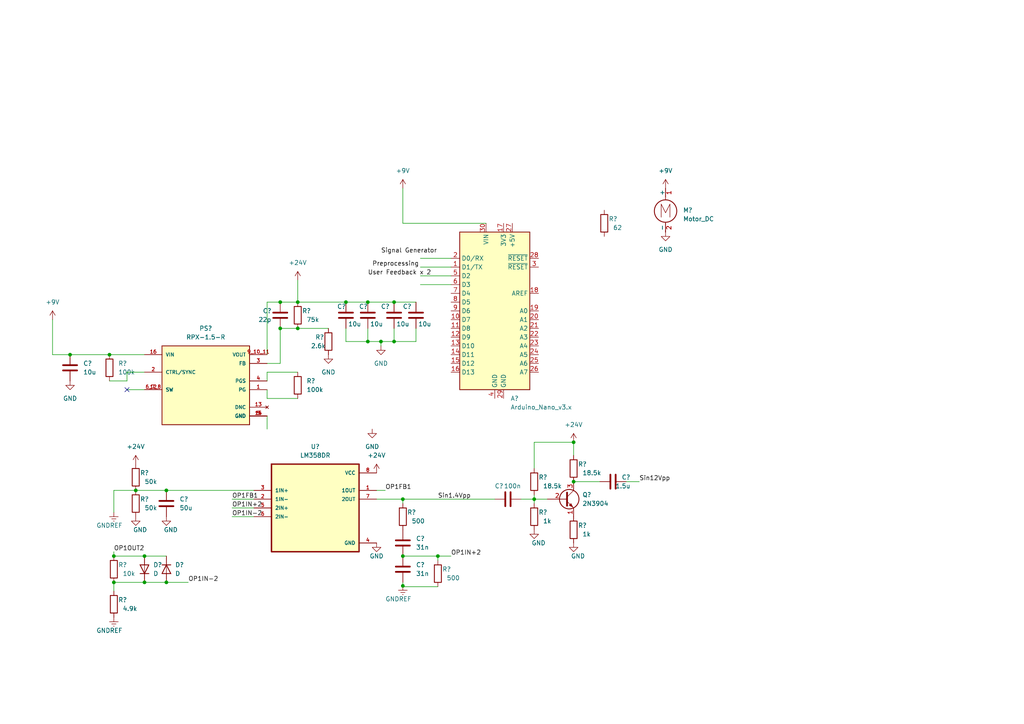
<source format=kicad_sch>
(kicad_sch (version 20211123) (generator eeschema)

  (uuid e63e39d7-6ac0-4ffd-8aa3-1841a4541b55)

  (paper "A4")

  (lib_symbols
    (symbol "Device:C" (pin_numbers hide) (pin_names (offset 0.254)) (in_bom yes) (on_board yes)
      (property "Reference" "C" (id 0) (at 0.635 2.54 0)
        (effects (font (size 1.27 1.27)) (justify left))
      )
      (property "Value" "C" (id 1) (at 0.635 -2.54 0)
        (effects (font (size 1.27 1.27)) (justify left))
      )
      (property "Footprint" "" (id 2) (at 0.9652 -3.81 0)
        (effects (font (size 1.27 1.27)) hide)
      )
      (property "Datasheet" "~" (id 3) (at 0 0 0)
        (effects (font (size 1.27 1.27)) hide)
      )
      (property "ki_keywords" "cap capacitor" (id 4) (at 0 0 0)
        (effects (font (size 1.27 1.27)) hide)
      )
      (property "ki_description" "Unpolarized capacitor" (id 5) (at 0 0 0)
        (effects (font (size 1.27 1.27)) hide)
      )
      (property "ki_fp_filters" "C_*" (id 6) (at 0 0 0)
        (effects (font (size 1.27 1.27)) hide)
      )
      (symbol "C_0_1"
        (polyline
          (pts
            (xy -2.032 -0.762)
            (xy 2.032 -0.762)
          )
          (stroke (width 0.508) (type default) (color 0 0 0 0))
          (fill (type none))
        )
        (polyline
          (pts
            (xy -2.032 0.762)
            (xy 2.032 0.762)
          )
          (stroke (width 0.508) (type default) (color 0 0 0 0))
          (fill (type none))
        )
      )
      (symbol "C_1_1"
        (pin passive line (at 0 3.81 270) (length 2.794)
          (name "~" (effects (font (size 1.27 1.27))))
          (number "1" (effects (font (size 1.27 1.27))))
        )
        (pin passive line (at 0 -3.81 90) (length 2.794)
          (name "~" (effects (font (size 1.27 1.27))))
          (number "2" (effects (font (size 1.27 1.27))))
        )
      )
    )
    (symbol "Device:D" (pin_numbers hide) (pin_names (offset 1.016) hide) (in_bom yes) (on_board yes)
      (property "Reference" "D" (id 0) (at 0 2.54 0)
        (effects (font (size 1.27 1.27)))
      )
      (property "Value" "D" (id 1) (at 0 -2.54 0)
        (effects (font (size 1.27 1.27)))
      )
      (property "Footprint" "" (id 2) (at 0 0 0)
        (effects (font (size 1.27 1.27)) hide)
      )
      (property "Datasheet" "~" (id 3) (at 0 0 0)
        (effects (font (size 1.27 1.27)) hide)
      )
      (property "ki_keywords" "diode" (id 4) (at 0 0 0)
        (effects (font (size 1.27 1.27)) hide)
      )
      (property "ki_description" "Diode" (id 5) (at 0 0 0)
        (effects (font (size 1.27 1.27)) hide)
      )
      (property "ki_fp_filters" "TO-???* *_Diode_* *SingleDiode* D_*" (id 6) (at 0 0 0)
        (effects (font (size 1.27 1.27)) hide)
      )
      (symbol "D_0_1"
        (polyline
          (pts
            (xy -1.27 1.27)
            (xy -1.27 -1.27)
          )
          (stroke (width 0.254) (type default) (color 0 0 0 0))
          (fill (type none))
        )
        (polyline
          (pts
            (xy 1.27 0)
            (xy -1.27 0)
          )
          (stroke (width 0) (type default) (color 0 0 0 0))
          (fill (type none))
        )
        (polyline
          (pts
            (xy 1.27 1.27)
            (xy 1.27 -1.27)
            (xy -1.27 0)
            (xy 1.27 1.27)
          )
          (stroke (width 0.254) (type default) (color 0 0 0 0))
          (fill (type none))
        )
      )
      (symbol "D_1_1"
        (pin passive line (at -3.81 0 0) (length 2.54)
          (name "K" (effects (font (size 1.27 1.27))))
          (number "1" (effects (font (size 1.27 1.27))))
        )
        (pin passive line (at 3.81 0 180) (length 2.54)
          (name "A" (effects (font (size 1.27 1.27))))
          (number "2" (effects (font (size 1.27 1.27))))
        )
      )
    )
    (symbol "Device:R" (pin_numbers hide) (pin_names (offset 0)) (in_bom yes) (on_board yes)
      (property "Reference" "R" (id 0) (at 2.032 0 90)
        (effects (font (size 1.27 1.27)))
      )
      (property "Value" "R" (id 1) (at 0 0 90)
        (effects (font (size 1.27 1.27)))
      )
      (property "Footprint" "" (id 2) (at -1.778 0 90)
        (effects (font (size 1.27 1.27)) hide)
      )
      (property "Datasheet" "~" (id 3) (at 0 0 0)
        (effects (font (size 1.27 1.27)) hide)
      )
      (property "ki_keywords" "R res resistor" (id 4) (at 0 0 0)
        (effects (font (size 1.27 1.27)) hide)
      )
      (property "ki_description" "Resistor" (id 5) (at 0 0 0)
        (effects (font (size 1.27 1.27)) hide)
      )
      (property "ki_fp_filters" "R_*" (id 6) (at 0 0 0)
        (effects (font (size 1.27 1.27)) hide)
      )
      (symbol "R_0_1"
        (rectangle (start -1.016 -2.54) (end 1.016 2.54)
          (stroke (width 0.254) (type default) (color 0 0 0 0))
          (fill (type none))
        )
      )
      (symbol "R_1_1"
        (pin passive line (at 0 3.81 270) (length 1.27)
          (name "~" (effects (font (size 1.27 1.27))))
          (number "1" (effects (font (size 1.27 1.27))))
        )
        (pin passive line (at 0 -3.81 90) (length 1.27)
          (name "~" (effects (font (size 1.27 1.27))))
          (number "2" (effects (font (size 1.27 1.27))))
        )
      )
    )
    (symbol "LM358DR:LM358DR" (pin_names (offset 1.016)) (in_bom yes) (on_board yes)
      (property "Reference" "U1" (id 0) (at 0 17.78 0)
        (effects (font (size 1.27 1.27)))
      )
      (property "Value" "LM358DR" (id 1) (at 0 15.24 0)
        (effects (font (size 1.27 1.27)))
      )
      (property "Footprint" "SOIC127P599X175-8N" (id 2) (at 0 0 0)
        (effects (font (size 1.27 1.27)) (justify bottom) hide)
      )
      (property "Datasheet" "" (id 3) (at 0 0 0)
        (effects (font (size 1.27 1.27)) hide)
      )
      (symbol "LM358DR_0_0"
        (rectangle (start -12.7 -12.7) (end 12.7 12.7)
          (stroke (width 0.41) (type default) (color 0 0 0 0))
          (fill (type background))
        )
        (pin output line (at 17.78 5.08 180) (length 5.08)
          (name "1OUT" (effects (font (size 1.016 1.016))))
          (number "1" (effects (font (size 1.016 1.016))))
        )
        (pin input line (at -17.78 2.54 0) (length 5.08)
          (name "1IN-" (effects (font (size 1.016 1.016))))
          (number "2" (effects (font (size 1.016 1.016))))
        )
        (pin power_out line (at -17.78 5.08 0) (length 5.08)
          (name "1IN+" (effects (font (size 1.016 1.016))))
          (number "3" (effects (font (size 1.016 1.016))))
        )
        (pin power_in line (at 17.78 -10.16 180) (length 5.08)
          (name "GND" (effects (font (size 1.016 1.016))))
          (number "4" (effects (font (size 1.016 1.016))))
        )
        (pin input line (at -17.78 0 0) (length 5.08)
          (name "2IN+" (effects (font (size 1.016 1.016))))
          (number "5" (effects (font (size 1.016 1.016))))
        )
        (pin input line (at -17.78 -2.54 0) (length 5.08)
          (name "2IN-" (effects (font (size 1.016 1.016))))
          (number "6" (effects (font (size 1.016 1.016))))
        )
        (pin output line (at 17.78 2.54 180) (length 5.08)
          (name "2OUT" (effects (font (size 1.016 1.016))))
          (number "7" (effects (font (size 1.016 1.016))))
        )
        (pin power_in line (at 17.78 10.16 180) (length 5.08)
          (name "VCC" (effects (font (size 1.016 1.016))))
          (number "8" (effects (font (size 1.016 1.016))))
        )
      )
    )
    (symbol "MCU_Module:Arduino_Nano_v3.x" (in_bom yes) (on_board yes)
      (property "Reference" "A" (id 0) (at -10.16 23.495 0)
        (effects (font (size 1.27 1.27)) (justify left bottom))
      )
      (property "Value" "Arduino_Nano_v3.x" (id 1) (at 5.08 -24.13 0)
        (effects (font (size 1.27 1.27)) (justify left top))
      )
      (property "Footprint" "Module:Arduino_Nano" (id 2) (at 0 0 0)
        (effects (font (size 1.27 1.27) italic) hide)
      )
      (property "Datasheet" "http://www.mouser.com/pdfdocs/Gravitech_Arduino_Nano3_0.pdf" (id 3) (at 0 0 0)
        (effects (font (size 1.27 1.27)) hide)
      )
      (property "ki_keywords" "Arduino nano microcontroller module USB" (id 4) (at 0 0 0)
        (effects (font (size 1.27 1.27)) hide)
      )
      (property "ki_description" "Arduino Nano v3.x" (id 5) (at 0 0 0)
        (effects (font (size 1.27 1.27)) hide)
      )
      (property "ki_fp_filters" "Arduino*Nano*" (id 6) (at 0 0 0)
        (effects (font (size 1.27 1.27)) hide)
      )
      (symbol "Arduino_Nano_v3.x_0_1"
        (rectangle (start -10.16 22.86) (end 10.16 -22.86)
          (stroke (width 0.254) (type default) (color 0 0 0 0))
          (fill (type background))
        )
      )
      (symbol "Arduino_Nano_v3.x_1_1"
        (pin bidirectional line (at -12.7 12.7 0) (length 2.54)
          (name "D1/TX" (effects (font (size 1.27 1.27))))
          (number "1" (effects (font (size 1.27 1.27))))
        )
        (pin bidirectional line (at -12.7 -2.54 0) (length 2.54)
          (name "D7" (effects (font (size 1.27 1.27))))
          (number "10" (effects (font (size 1.27 1.27))))
        )
        (pin bidirectional line (at -12.7 -5.08 0) (length 2.54)
          (name "D8" (effects (font (size 1.27 1.27))))
          (number "11" (effects (font (size 1.27 1.27))))
        )
        (pin bidirectional line (at -12.7 -7.62 0) (length 2.54)
          (name "D9" (effects (font (size 1.27 1.27))))
          (number "12" (effects (font (size 1.27 1.27))))
        )
        (pin bidirectional line (at -12.7 -10.16 0) (length 2.54)
          (name "D10" (effects (font (size 1.27 1.27))))
          (number "13" (effects (font (size 1.27 1.27))))
        )
        (pin bidirectional line (at -12.7 -12.7 0) (length 2.54)
          (name "D11" (effects (font (size 1.27 1.27))))
          (number "14" (effects (font (size 1.27 1.27))))
        )
        (pin bidirectional line (at -12.7 -15.24 0) (length 2.54)
          (name "D12" (effects (font (size 1.27 1.27))))
          (number "15" (effects (font (size 1.27 1.27))))
        )
        (pin bidirectional line (at -12.7 -17.78 0) (length 2.54)
          (name "D13" (effects (font (size 1.27 1.27))))
          (number "16" (effects (font (size 1.27 1.27))))
        )
        (pin power_out line (at 2.54 25.4 270) (length 2.54)
          (name "3V3" (effects (font (size 1.27 1.27))))
          (number "17" (effects (font (size 1.27 1.27))))
        )
        (pin input line (at 12.7 5.08 180) (length 2.54)
          (name "AREF" (effects (font (size 1.27 1.27))))
          (number "18" (effects (font (size 1.27 1.27))))
        )
        (pin bidirectional line (at 12.7 0 180) (length 2.54)
          (name "A0" (effects (font (size 1.27 1.27))))
          (number "19" (effects (font (size 1.27 1.27))))
        )
        (pin bidirectional line (at -12.7 15.24 0) (length 2.54)
          (name "D0/RX" (effects (font (size 1.27 1.27))))
          (number "2" (effects (font (size 1.27 1.27))))
        )
        (pin bidirectional line (at 12.7 -2.54 180) (length 2.54)
          (name "A1" (effects (font (size 1.27 1.27))))
          (number "20" (effects (font (size 1.27 1.27))))
        )
        (pin bidirectional line (at 12.7 -5.08 180) (length 2.54)
          (name "A2" (effects (font (size 1.27 1.27))))
          (number "21" (effects (font (size 1.27 1.27))))
        )
        (pin bidirectional line (at 12.7 -7.62 180) (length 2.54)
          (name "A3" (effects (font (size 1.27 1.27))))
          (number "22" (effects (font (size 1.27 1.27))))
        )
        (pin bidirectional line (at 12.7 -10.16 180) (length 2.54)
          (name "A4" (effects (font (size 1.27 1.27))))
          (number "23" (effects (font (size 1.27 1.27))))
        )
        (pin bidirectional line (at 12.7 -12.7 180) (length 2.54)
          (name "A5" (effects (font (size 1.27 1.27))))
          (number "24" (effects (font (size 1.27 1.27))))
        )
        (pin bidirectional line (at 12.7 -15.24 180) (length 2.54)
          (name "A6" (effects (font (size 1.27 1.27))))
          (number "25" (effects (font (size 1.27 1.27))))
        )
        (pin bidirectional line (at 12.7 -17.78 180) (length 2.54)
          (name "A7" (effects (font (size 1.27 1.27))))
          (number "26" (effects (font (size 1.27 1.27))))
        )
        (pin power_out line (at 5.08 25.4 270) (length 2.54)
          (name "+5V" (effects (font (size 1.27 1.27))))
          (number "27" (effects (font (size 1.27 1.27))))
        )
        (pin input line (at 12.7 15.24 180) (length 2.54)
          (name "~{RESET}" (effects (font (size 1.27 1.27))))
          (number "28" (effects (font (size 1.27 1.27))))
        )
        (pin power_in line (at 2.54 -25.4 90) (length 2.54)
          (name "GND" (effects (font (size 1.27 1.27))))
          (number "29" (effects (font (size 1.27 1.27))))
        )
        (pin input line (at 12.7 12.7 180) (length 2.54)
          (name "~{RESET}" (effects (font (size 1.27 1.27))))
          (number "3" (effects (font (size 1.27 1.27))))
        )
        (pin power_in line (at -2.54 25.4 270) (length 2.54)
          (name "VIN" (effects (font (size 1.27 1.27))))
          (number "30" (effects (font (size 1.27 1.27))))
        )
        (pin power_in line (at 0 -25.4 90) (length 2.54)
          (name "GND" (effects (font (size 1.27 1.27))))
          (number "4" (effects (font (size 1.27 1.27))))
        )
        (pin bidirectional line (at -12.7 10.16 0) (length 2.54)
          (name "D2" (effects (font (size 1.27 1.27))))
          (number "5" (effects (font (size 1.27 1.27))))
        )
        (pin bidirectional line (at -12.7 7.62 0) (length 2.54)
          (name "D3" (effects (font (size 1.27 1.27))))
          (number "6" (effects (font (size 1.27 1.27))))
        )
        (pin bidirectional line (at -12.7 5.08 0) (length 2.54)
          (name "D4" (effects (font (size 1.27 1.27))))
          (number "7" (effects (font (size 1.27 1.27))))
        )
        (pin bidirectional line (at -12.7 2.54 0) (length 2.54)
          (name "D5" (effects (font (size 1.27 1.27))))
          (number "8" (effects (font (size 1.27 1.27))))
        )
        (pin bidirectional line (at -12.7 0 0) (length 2.54)
          (name "D6" (effects (font (size 1.27 1.27))))
          (number "9" (effects (font (size 1.27 1.27))))
        )
      )
    )
    (symbol "Motor:Motor_DC" (pin_names (offset 0)) (in_bom yes) (on_board yes)
      (property "Reference" "M" (id 0) (at 2.54 2.54 0)
        (effects (font (size 1.27 1.27)) (justify left))
      )
      (property "Value" "Motor_DC" (id 1) (at 2.54 -5.08 0)
        (effects (font (size 1.27 1.27)) (justify left top))
      )
      (property "Footprint" "" (id 2) (at 0 -2.286 0)
        (effects (font (size 1.27 1.27)) hide)
      )
      (property "Datasheet" "~" (id 3) (at 0 -2.286 0)
        (effects (font (size 1.27 1.27)) hide)
      )
      (property "ki_keywords" "DC Motor" (id 4) (at 0 0 0)
        (effects (font (size 1.27 1.27)) hide)
      )
      (property "ki_description" "DC Motor" (id 5) (at 0 0 0)
        (effects (font (size 1.27 1.27)) hide)
      )
      (property "ki_fp_filters" "PinHeader*P2.54mm* TerminalBlock*" (id 6) (at 0 0 0)
        (effects (font (size 1.27 1.27)) hide)
      )
      (symbol "Motor_DC_0_0"
        (polyline
          (pts
            (xy -1.27 -3.302)
            (xy -1.27 0.508)
            (xy 0 -2.032)
            (xy 1.27 0.508)
            (xy 1.27 -3.302)
          )
          (stroke (width 0) (type default) (color 0 0 0 0))
          (fill (type none))
        )
      )
      (symbol "Motor_DC_0_1"
        (circle (center 0 -1.524) (radius 3.2512)
          (stroke (width 0.254) (type default) (color 0 0 0 0))
          (fill (type none))
        )
        (polyline
          (pts
            (xy 0 -7.62)
            (xy 0 -7.112)
          )
          (stroke (width 0) (type default) (color 0 0 0 0))
          (fill (type none))
        )
        (polyline
          (pts
            (xy 0 -4.7752)
            (xy 0 -5.1816)
          )
          (stroke (width 0) (type default) (color 0 0 0 0))
          (fill (type none))
        )
        (polyline
          (pts
            (xy 0 1.7272)
            (xy 0 2.0828)
          )
          (stroke (width 0) (type default) (color 0 0 0 0))
          (fill (type none))
        )
        (polyline
          (pts
            (xy 0 2.032)
            (xy 0 2.54)
          )
          (stroke (width 0) (type default) (color 0 0 0 0))
          (fill (type none))
        )
      )
      (symbol "Motor_DC_1_1"
        (pin passive line (at 0 5.08 270) (length 2.54)
          (name "+" (effects (font (size 1.27 1.27))))
          (number "1" (effects (font (size 1.27 1.27))))
        )
        (pin passive line (at 0 -7.62 90) (length 2.54)
          (name "-" (effects (font (size 1.27 1.27))))
          (number "2" (effects (font (size 1.27 1.27))))
        )
      )
    )
    (symbol "RPX-1.5-R:RPX-1.5-R" (pin_names (offset 1.016)) (in_bom yes) (on_board yes)
      (property "Reference" "PS1" (id 0) (at 0 15.24 0)
        (effects (font (size 1.27 1.27)))
      )
      (property "Value" "RPX-1.5-R" (id 1) (at 0 12.7 0)
        (effects (font (size 1.27 1.27)))
      )
      (property "Footprint" "CONV_RPX-1.5-R" (id 2) (at 0 0 0)
        (effects (font (size 1.27 1.27)) (justify bottom) hide)
      )
      (property "Datasheet" "" (id 3) (at 0 0 0)
        (effects (font (size 1.27 1.27)) hide)
      )
      (property "STANDARD" "Manufacturer Recommendations" (id 4) (at 0 0 0)
        (effects (font (size 1.27 1.27)) (justify bottom) hide)
      )
      (property "MAXIMUM_PACKAGE_HEIGHT" "1.60mm" (id 5) (at 0 0 0)
        (effects (font (size 1.27 1.27)) (justify bottom) hide)
      )
      (property "PARTREV" "0/2020" (id 6) (at 0 0 0)
        (effects (font (size 1.27 1.27)) (justify bottom) hide)
      )
      (property "MANUFACTURER" "RECOM" (id 7) (at 0 0 0)
        (effects (font (size 1.27 1.27)) (justify bottom) hide)
      )
      (symbol "RPX-1.5-R_0_0"
        (rectangle (start -12.7 -12.7) (end 12.7 10.16)
          (stroke (width 0.254) (type default) (color 0 0 0 0))
          (fill (type background))
        )
        (pin output line (at 17.78 -2.54 180) (length 5.08)
          (name "PG" (effects (font (size 1.016 1.016))))
          (number "1" (effects (font (size 1.016 1.016))))
        )
        (pin passive line (at -17.78 -2.54 0) (length 5.08)
          (name "SW" (effects (font (size 1.016 1.016))))
          (number "12" (effects (font (size 1.016 1.016))))
        )
        (pin no_connect line (at 17.78 -7.62 180) (length 5.08)
          (name "DNC" (effects (font (size 1.016 1.016))))
          (number "13" (effects (font (size 1.016 1.016))))
        )
        (pin power_in line (at 17.78 -10.16 180) (length 5.08)
          (name "GND" (effects (font (size 1.016 1.016))))
          (number "14" (effects (font (size 1.016 1.016))))
        )
        (pin power_in line (at 17.78 -10.16 180) (length 5.08)
          (name "GND" (effects (font (size 1.016 1.016))))
          (number "15" (effects (font (size 1.016 1.016))))
        )
        (pin input line (at -17.78 7.62 0) (length 5.08)
          (name "VIN" (effects (font (size 1.016 1.016))))
          (number "16" (effects (font (size 1.016 1.016))))
        )
        (pin input line (at -17.78 2.54 0) (length 5.08)
          (name "CTRL/SYNC" (effects (font (size 1.016 1.016))))
          (number "2" (effects (font (size 1.016 1.016))))
        )
        (pin input line (at 17.78 5.08 180) (length 5.08)
          (name "FB" (effects (font (size 1.016 1.016))))
          (number "3" (effects (font (size 1.016 1.016))))
        )
        (pin input line (at 17.78 0 180) (length 5.08)
          (name "PGS" (effects (font (size 1.016 1.016))))
          (number "4" (effects (font (size 1.016 1.016))))
        )
        (pin power_in line (at 17.78 -10.16 180) (length 5.08)
          (name "GND" (effects (font (size 1.016 1.016))))
          (number "5" (effects (font (size 1.016 1.016))))
        )
        (pin passive line (at -17.78 -2.54 0) (length 5.08)
          (name "SW" (effects (font (size 1.016 1.016))))
          (number "6_7_8" (effects (font (size 1.016 1.016))))
        )
        (pin power_out line (at 17.78 7.62 180) (length 5.08)
          (name "VOUT" (effects (font (size 1.016 1.016))))
          (number "9_10_11" (effects (font (size 1.016 1.016))))
        )
      )
    )
    (symbol "Transistor_BJT:2N3904" (pin_names (offset 0) hide) (in_bom yes) (on_board yes)
      (property "Reference" "Q" (id 0) (at 5.08 1.905 0)
        (effects (font (size 1.27 1.27)) (justify left))
      )
      (property "Value" "2N3904" (id 1) (at 5.08 0 0)
        (effects (font (size 1.27 1.27)) (justify left))
      )
      (property "Footprint" "Package_TO_SOT_THT:TO-92_Inline" (id 2) (at 5.08 -1.905 0)
        (effects (font (size 1.27 1.27) italic) (justify left) hide)
      )
      (property "Datasheet" "https://www.onsemi.com/pub/Collateral/2N3903-D.PDF" (id 3) (at 0 0 0)
        (effects (font (size 1.27 1.27)) (justify left) hide)
      )
      (property "ki_keywords" "NPN Transistor" (id 4) (at 0 0 0)
        (effects (font (size 1.27 1.27)) hide)
      )
      (property "ki_description" "0.2A Ic, 40V Vce, Small Signal NPN Transistor, TO-92" (id 5) (at 0 0 0)
        (effects (font (size 1.27 1.27)) hide)
      )
      (property "ki_fp_filters" "TO?92*" (id 6) (at 0 0 0)
        (effects (font (size 1.27 1.27)) hide)
      )
      (symbol "2N3904_0_1"
        (polyline
          (pts
            (xy 0.635 0.635)
            (xy 2.54 2.54)
          )
          (stroke (width 0) (type default) (color 0 0 0 0))
          (fill (type none))
        )
        (polyline
          (pts
            (xy 0.635 -0.635)
            (xy 2.54 -2.54)
            (xy 2.54 -2.54)
          )
          (stroke (width 0) (type default) (color 0 0 0 0))
          (fill (type none))
        )
        (polyline
          (pts
            (xy 0.635 1.905)
            (xy 0.635 -1.905)
            (xy 0.635 -1.905)
          )
          (stroke (width 0.508) (type default) (color 0 0 0 0))
          (fill (type none))
        )
        (polyline
          (pts
            (xy 1.27 -1.778)
            (xy 1.778 -1.27)
            (xy 2.286 -2.286)
            (xy 1.27 -1.778)
            (xy 1.27 -1.778)
          )
          (stroke (width 0) (type default) (color 0 0 0 0))
          (fill (type outline))
        )
        (circle (center 1.27 0) (radius 2.8194)
          (stroke (width 0.254) (type default) (color 0 0 0 0))
          (fill (type none))
        )
      )
      (symbol "2N3904_1_1"
        (pin passive line (at 2.54 -5.08 90) (length 2.54)
          (name "E" (effects (font (size 1.27 1.27))))
          (number "1" (effects (font (size 1.27 1.27))))
        )
        (pin passive line (at -5.08 0 0) (length 5.715)
          (name "B" (effects (font (size 1.27 1.27))))
          (number "2" (effects (font (size 1.27 1.27))))
        )
        (pin passive line (at 2.54 5.08 270) (length 2.54)
          (name "C" (effects (font (size 1.27 1.27))))
          (number "3" (effects (font (size 1.27 1.27))))
        )
      )
    )
    (symbol "power:+24V" (power) (pin_names (offset 0)) (in_bom yes) (on_board yes)
      (property "Reference" "#PWR" (id 0) (at 0 -3.81 0)
        (effects (font (size 1.27 1.27)) hide)
      )
      (property "Value" "+24V" (id 1) (at 0 3.556 0)
        (effects (font (size 1.27 1.27)))
      )
      (property "Footprint" "" (id 2) (at 0 0 0)
        (effects (font (size 1.27 1.27)) hide)
      )
      (property "Datasheet" "" (id 3) (at 0 0 0)
        (effects (font (size 1.27 1.27)) hide)
      )
      (property "ki_keywords" "power-flag" (id 4) (at 0 0 0)
        (effects (font (size 1.27 1.27)) hide)
      )
      (property "ki_description" "Power symbol creates a global label with name \"+24V\"" (id 5) (at 0 0 0)
        (effects (font (size 1.27 1.27)) hide)
      )
      (symbol "+24V_0_1"
        (polyline
          (pts
            (xy -0.762 1.27)
            (xy 0 2.54)
          )
          (stroke (width 0) (type default) (color 0 0 0 0))
          (fill (type none))
        )
        (polyline
          (pts
            (xy 0 0)
            (xy 0 2.54)
          )
          (stroke (width 0) (type default) (color 0 0 0 0))
          (fill (type none))
        )
        (polyline
          (pts
            (xy 0 2.54)
            (xy 0.762 1.27)
          )
          (stroke (width 0) (type default) (color 0 0 0 0))
          (fill (type none))
        )
      )
      (symbol "+24V_1_1"
        (pin power_in line (at 0 0 90) (length 0) hide
          (name "+24V" (effects (font (size 1.27 1.27))))
          (number "1" (effects (font (size 1.27 1.27))))
        )
      )
    )
    (symbol "power:+9V" (power) (pin_names (offset 0)) (in_bom yes) (on_board yes)
      (property "Reference" "#PWR" (id 0) (at 0 -3.81 0)
        (effects (font (size 1.27 1.27)) hide)
      )
      (property "Value" "+9V" (id 1) (at 0 3.556 0)
        (effects (font (size 1.27 1.27)))
      )
      (property "Footprint" "" (id 2) (at 0 0 0)
        (effects (font (size 1.27 1.27)) hide)
      )
      (property "Datasheet" "" (id 3) (at 0 0 0)
        (effects (font (size 1.27 1.27)) hide)
      )
      (property "ki_keywords" "power-flag" (id 4) (at 0 0 0)
        (effects (font (size 1.27 1.27)) hide)
      )
      (property "ki_description" "Power symbol creates a global label with name \"+9V\"" (id 5) (at 0 0 0)
        (effects (font (size 1.27 1.27)) hide)
      )
      (symbol "+9V_0_1"
        (polyline
          (pts
            (xy -0.762 1.27)
            (xy 0 2.54)
          )
          (stroke (width 0) (type default) (color 0 0 0 0))
          (fill (type none))
        )
        (polyline
          (pts
            (xy 0 0)
            (xy 0 2.54)
          )
          (stroke (width 0) (type default) (color 0 0 0 0))
          (fill (type none))
        )
        (polyline
          (pts
            (xy 0 2.54)
            (xy 0.762 1.27)
          )
          (stroke (width 0) (type default) (color 0 0 0 0))
          (fill (type none))
        )
      )
      (symbol "+9V_1_1"
        (pin power_in line (at 0 0 90) (length 0) hide
          (name "+9V" (effects (font (size 1.27 1.27))))
          (number "1" (effects (font (size 1.27 1.27))))
        )
      )
    )
    (symbol "power:GND" (power) (pin_names (offset 0)) (in_bom yes) (on_board yes)
      (property "Reference" "#PWR" (id 0) (at 0 -6.35 0)
        (effects (font (size 1.27 1.27)) hide)
      )
      (property "Value" "GND" (id 1) (at 0 -3.81 0)
        (effects (font (size 1.27 1.27)))
      )
      (property "Footprint" "" (id 2) (at 0 0 0)
        (effects (font (size 1.27 1.27)) hide)
      )
      (property "Datasheet" "" (id 3) (at 0 0 0)
        (effects (font (size 1.27 1.27)) hide)
      )
      (property "ki_keywords" "power-flag" (id 4) (at 0 0 0)
        (effects (font (size 1.27 1.27)) hide)
      )
      (property "ki_description" "Power symbol creates a global label with name \"GND\" , ground" (id 5) (at 0 0 0)
        (effects (font (size 1.27 1.27)) hide)
      )
      (symbol "GND_0_1"
        (polyline
          (pts
            (xy 0 0)
            (xy 0 -1.27)
            (xy 1.27 -1.27)
            (xy 0 -2.54)
            (xy -1.27 -1.27)
            (xy 0 -1.27)
          )
          (stroke (width 0) (type default) (color 0 0 0 0))
          (fill (type none))
        )
      )
      (symbol "GND_1_1"
        (pin power_in line (at 0 0 270) (length 0) hide
          (name "GND" (effects (font (size 1.27 1.27))))
          (number "1" (effects (font (size 1.27 1.27))))
        )
      )
    )
    (symbol "power:GNDREF" (power) (pin_names (offset 0)) (in_bom yes) (on_board yes)
      (property "Reference" "#PWR" (id 0) (at 0 -6.35 0)
        (effects (font (size 1.27 1.27)) hide)
      )
      (property "Value" "GNDREF" (id 1) (at 0 -3.81 0)
        (effects (font (size 1.27 1.27)))
      )
      (property "Footprint" "" (id 2) (at 0 0 0)
        (effects (font (size 1.27 1.27)) hide)
      )
      (property "Datasheet" "" (id 3) (at 0 0 0)
        (effects (font (size 1.27 1.27)) hide)
      )
      (property "ki_keywords" "power-flag" (id 4) (at 0 0 0)
        (effects (font (size 1.27 1.27)) hide)
      )
      (property "ki_description" "Power symbol creates a global label with name \"GNDREF\" , reference supply ground" (id 5) (at 0 0 0)
        (effects (font (size 1.27 1.27)) hide)
      )
      (symbol "GNDREF_0_1"
        (polyline
          (pts
            (xy -0.635 -1.905)
            (xy 0.635 -1.905)
          )
          (stroke (width 0) (type default) (color 0 0 0 0))
          (fill (type none))
        )
        (polyline
          (pts
            (xy -0.127 -2.54)
            (xy 0.127 -2.54)
          )
          (stroke (width 0) (type default) (color 0 0 0 0))
          (fill (type none))
        )
        (polyline
          (pts
            (xy 0 -1.27)
            (xy 0 0)
          )
          (stroke (width 0) (type default) (color 0 0 0 0))
          (fill (type none))
        )
        (polyline
          (pts
            (xy 1.27 -1.27)
            (xy -1.27 -1.27)
          )
          (stroke (width 0) (type default) (color 0 0 0 0))
          (fill (type none))
        )
      )
      (symbol "GNDREF_1_1"
        (pin power_in line (at 0 0 270) (length 0) hide
          (name "GNDREF" (effects (font (size 1.27 1.27))))
          (number "1" (effects (font (size 1.27 1.27))))
        )
      )
    )
  )

  (junction (at 86.36 87.63) (diameter 0) (color 0 0 0 0)
    (uuid 01b1d717-661e-4edd-a05d-a4139088edb3)
  )
  (junction (at 48.26 168.91) (diameter 0) (color 0 0 0 0)
    (uuid 055667d1-a090-4d44-b096-566c0357f041)
  )
  (junction (at 20.32 102.87) (diameter 0) (color 0 0 0 0)
    (uuid 0fb808f9-c937-4379-a18c-4291167530da)
  )
  (junction (at 154.94 144.78) (diameter 0) (color 0 0 0 0)
    (uuid 15db3692-84c6-4b5b-827f-be868c7896d3)
  )
  (junction (at 106.68 99.06) (diameter 0) (color 0 0 0 0)
    (uuid 18d7d88f-6c67-41d5-8ae0-01c461decffe)
  )
  (junction (at 116.84 161.29) (diameter 0) (color 0 0 0 0)
    (uuid 1a0f5686-b993-493c-a6b3-769ebc9b81b9)
  )
  (junction (at 33.02 168.91) (diameter 0) (color 0 0 0 0)
    (uuid 253ba58f-f877-4189-b6eb-5681aff15655)
  )
  (junction (at 127 161.29) (diameter 0) (color 0 0 0 0)
    (uuid 2ae65777-8a93-4e56-bb58-83be47fa29b0)
  )
  (junction (at 33.02 161.29) (diameter 0) (color 0 0 0 0)
    (uuid 3be9e38f-cd30-4232-9272-40563facf6e4)
  )
  (junction (at 114.3 99.06) (diameter 0) (color 0 0 0 0)
    (uuid 4a6a86b9-7b47-4eab-bd9d-162e39d6315e)
  )
  (junction (at 41.91 168.91) (diameter 0) (color 0 0 0 0)
    (uuid 50ea51cd-9dfc-482c-b930-d183058fc325)
  )
  (junction (at 81.28 95.25) (diameter 0) (color 0 0 0 0)
    (uuid 59c5e16e-103f-4f2e-bdca-e962f47c3ea1)
  )
  (junction (at 114.3 87.63) (diameter 0) (color 0 0 0 0)
    (uuid 6dd1ef88-ff04-48e3-9973-97740ed17a0a)
  )
  (junction (at 41.91 161.29) (diameter 0) (color 0 0 0 0)
    (uuid 734f90f8-d5d0-4087-9f0b-e5cba4e23535)
  )
  (junction (at 81.28 87.63) (diameter 0) (color 0 0 0 0)
    (uuid 73dd3a68-ef19-440e-83c2-34314daccfc4)
  )
  (junction (at 100.33 87.63) (diameter 0) (color 0 0 0 0)
    (uuid 782a14ca-5dc3-4fdf-98ed-d6cca3669020)
  )
  (junction (at 166.37 139.7) (diameter 0) (color 0 0 0 0)
    (uuid 7ab0d06d-8413-4cf3-b817-2545eb8e8413)
  )
  (junction (at 106.68 87.63) (diameter 0) (color 0 0 0 0)
    (uuid 8aa7c2d3-99fc-4a48-bc51-5367b5dab61f)
  )
  (junction (at 116.84 144.78) (diameter 0) (color 0 0 0 0)
    (uuid 91efb012-a98d-4b32-a6b2-8639ee978f45)
  )
  (junction (at 31.75 102.87) (diameter 0) (color 0 0 0 0)
    (uuid a52c466b-e9ba-45fc-b4b9-61a6190ed550)
  )
  (junction (at 39.37 142.24) (diameter 0) (color 0 0 0 0)
    (uuid af773b2e-0d78-463e-a705-f2e2c2caf4a1)
  )
  (junction (at 48.26 142.24) (diameter 0) (color 0 0 0 0)
    (uuid c7209229-b5a9-4cbf-846c-57c532f2daf2)
  )
  (junction (at 116.84 169.9254) (diameter 0) (color 0 0 0 0)
    (uuid d1fe8d87-e398-4af5-9127-44fff86cb871)
  )
  (junction (at 110.49 99.06) (diameter 0) (color 0 0 0 0)
    (uuid d2289305-5c15-4bd3-bafa-7971f119a6c1)
  )
  (junction (at 166.37 128.27) (diameter 0) (color 0 0 0 0)
    (uuid d7db68b9-8d92-41b1-88d0-805679813c62)
  )
  (junction (at 86.36 95.25) (diameter 0) (color 0 0 0 0)
    (uuid e89f303a-497e-48c7-adc3-314c1e4392e6)
  )

  (no_connect (at 36.83 113.03) (uuid 3493daf0-9656-4c14-bad2-557367224d76))

  (wire (pts (xy 36.83 107.95) (xy 36.83 110.49))
    (stroke (width 0) (type default) (color 0 0 0 0))
    (uuid 000634b0-62a5-4547-87b7-664e1ba2b961)
  )
  (wire (pts (xy 110.49 99.06) (xy 106.68 99.06))
    (stroke (width 0) (type default) (color 0 0 0 0))
    (uuid 05e32702-c80f-406c-9c94-54f2cda76eee)
  )
  (wire (pts (xy 127 161.29) (xy 130.81 161.29))
    (stroke (width 0) (type default) (color 0 0 0 0))
    (uuid 0c204332-18fd-4d83-9b03-5762ac0c6872)
  )
  (wire (pts (xy 36.83 110.49) (xy 31.75 110.49))
    (stroke (width 0) (type default) (color 0 0 0 0))
    (uuid 13dd8ece-6477-4f60-a215-84a68938d4e3)
  )
  (wire (pts (xy 15.24 92.71) (xy 15.24 102.87))
    (stroke (width 0) (type default) (color 0 0 0 0))
    (uuid 164844e5-33f8-4a8e-919a-9bdc678f5147)
  )
  (wire (pts (xy 181.61 139.7) (xy 185.42 139.7))
    (stroke (width 0) (type default) (color 0 0 0 0))
    (uuid 1a17c295-04ac-4506-9033-dac0b75f442e)
  )
  (wire (pts (xy 41.91 161.29) (xy 48.26 161.29))
    (stroke (width 0) (type default) (color 0 0 0 0))
    (uuid 1eb03979-9f13-4ba1-b0fd-8908ffef8aa5)
  )
  (wire (pts (xy 67.31 149.86) (xy 73.66 149.86))
    (stroke (width 0) (type default) (color 0 0 0 0))
    (uuid 1ff506e3-af8f-4753-8e5b-15e8b8e1713f)
  )
  (wire (pts (xy 116.84 170.18) (xy 116.84 169.9254))
    (stroke (width 0) (type default) (color 0 0 0 0))
    (uuid 2266ca0e-d26d-456f-b1ad-de0fa6acbb04)
  )
  (wire (pts (xy 41.91 107.95) (xy 36.83 107.95))
    (stroke (width 0) (type default) (color 0 0 0 0))
    (uuid 2519c757-d325-4658-b811-d189912b6295)
  )
  (wire (pts (xy 33.02 168.91) (xy 41.91 168.91))
    (stroke (width 0) (type default) (color 0 0 0 0))
    (uuid 25c6a917-d855-46c7-aa5e-dd501d6a85d6)
  )
  (wire (pts (xy 154.94 135.89) (xy 154.94 128.27))
    (stroke (width 0) (type default) (color 0 0 0 0))
    (uuid 294cb38f-72d2-4d9e-90dc-5d1de4d1262e)
  )
  (wire (pts (xy 100.33 95.25) (xy 100.33 99.06))
    (stroke (width 0) (type default) (color 0 0 0 0))
    (uuid 2e1cd7cf-8f31-46cb-9e75-a5df3487bb4d)
  )
  (wire (pts (xy 41.91 168.91) (xy 48.26 168.91))
    (stroke (width 0) (type default) (color 0 0 0 0))
    (uuid 360ff9ad-76a0-4f4b-b405-4b0adf0eea2d)
  )
  (wire (pts (xy 116.84 54.61) (xy 116.84 64.77))
    (stroke (width 0) (type default) (color 0 0 0 0))
    (uuid 3a117494-dcc8-47e3-8394-56ed42f63486)
  )
  (wire (pts (xy 77.47 107.95) (xy 77.47 110.49))
    (stroke (width 0) (type default) (color 0 0 0 0))
    (uuid 3a4f8beb-0cee-48f1-8815-8674679e1fe5)
  )
  (wire (pts (xy 116.84 64.77) (xy 140.97 64.77))
    (stroke (width 0) (type default) (color 0 0 0 0))
    (uuid 3c2b4fd7-0030-4396-9bdc-a18ed9aec975)
  )
  (wire (pts (xy 166.37 139.7) (xy 173.99 139.7))
    (stroke (width 0) (type default) (color 0 0 0 0))
    (uuid 3c95159f-f770-4433-8182-de237ad5b853)
  )
  (wire (pts (xy 20.32 102.87) (xy 31.75 102.87))
    (stroke (width 0) (type default) (color 0 0 0 0))
    (uuid 404dce8f-c40a-4571-8447-161a77f8e687)
  )
  (wire (pts (xy 77.47 102.87) (xy 77.47 87.63))
    (stroke (width 0) (type default) (color 0 0 0 0))
    (uuid 438da8be-0e83-4be5-9674-5b355f190155)
  )
  (wire (pts (xy 154.94 128.27) (xy 166.37 128.27))
    (stroke (width 0) (type default) (color 0 0 0 0))
    (uuid 4544fc6c-0824-4876-bb2a-5c2068614c0f)
  )
  (wire (pts (xy 77.47 124.46) (xy 77.47 120.65))
    (stroke (width 0) (type default) (color 0 0 0 0))
    (uuid 4d0f8761-b31d-44b0-b97c-e651efa14618)
  )
  (wire (pts (xy 116.84 169.9254) (xy 116.84 168.91))
    (stroke (width 0) (type default) (color 0 0 0 0))
    (uuid 4d1ff0ac-592b-4310-9574-ed262b166630)
  )
  (wire (pts (xy 33.02 168.91) (xy 33.02 171.45))
    (stroke (width 0) (type default) (color 0 0 0 0))
    (uuid 51a67fe2-273c-4de2-be1e-55755cffa22f)
  )
  (wire (pts (xy 110.49 99.06) (xy 110.49 100.33))
    (stroke (width 0) (type default) (color 0 0 0 0))
    (uuid 59deb715-4396-44ad-8b91-db43a0a53408)
  )
  (wire (pts (xy 121.92 74.93) (xy 130.81 74.93))
    (stroke (width 0) (type default) (color 0 0 0 0))
    (uuid 5d1e5c01-8437-4103-b2cc-f9194b0ac28e)
  )
  (wire (pts (xy 127 161.29) (xy 116.84 161.29))
    (stroke (width 0) (type default) (color 0 0 0 0))
    (uuid 5df19ab7-a311-4f3f-82a4-2ca4e1f40c1a)
  )
  (wire (pts (xy 77.47 115.57) (xy 77.47 113.03))
    (stroke (width 0) (type default) (color 0 0 0 0))
    (uuid 61e96905-3bd3-4b25-a6bc-972f3ed84919)
  )
  (wire (pts (xy 120.65 87.63) (xy 114.3 87.63))
    (stroke (width 0) (type default) (color 0 0 0 0))
    (uuid 70a01fe3-4336-465a-b84d-78bef2860268)
  )
  (wire (pts (xy 109.22 142.24) (xy 111.76 142.24))
    (stroke (width 0) (type default) (color 0 0 0 0))
    (uuid 70ae838a-ae9b-423d-80b6-a24dbedda37b)
  )
  (wire (pts (xy 106.68 99.06) (xy 100.33 99.06))
    (stroke (width 0) (type default) (color 0 0 0 0))
    (uuid 72c3a398-6828-4595-908d-2a0bc5792d41)
  )
  (wire (pts (xy 86.36 115.57) (xy 77.47 115.57))
    (stroke (width 0) (type default) (color 0 0 0 0))
    (uuid 75e4e502-3a13-4067-a8d7-e4e5e8010b94)
  )
  (wire (pts (xy 158.75 144.78) (xy 154.94 144.78))
    (stroke (width 0) (type default) (color 0 0 0 0))
    (uuid 7a999c4a-7b58-4ce7-958b-0a5353cc2aef)
  )
  (wire (pts (xy 151.13 144.78) (xy 154.94 144.78))
    (stroke (width 0) (type default) (color 0 0 0 0))
    (uuid 7be8e418-5811-4c7f-babd-624159b8ba3d)
  )
  (wire (pts (xy 81.28 87.63) (xy 86.36 87.63))
    (stroke (width 0) (type default) (color 0 0 0 0))
    (uuid 7c110d7c-3c1a-4e62-9b41-02ca742bc376)
  )
  (wire (pts (xy 114.3 99.06) (xy 110.49 99.06))
    (stroke (width 0) (type default) (color 0 0 0 0))
    (uuid 80eca31b-f783-4dcc-83c3-4080a7920962)
  )
  (wire (pts (xy 36.83 113.03) (xy 41.91 113.03))
    (stroke (width 0) (type default) (color 0 0 0 0))
    (uuid 825ed01a-b1a0-48de-91f6-6dda3634c811)
  )
  (wire (pts (xy 77.47 87.63) (xy 81.28 87.63))
    (stroke (width 0) (type default) (color 0 0 0 0))
    (uuid 8ca45a88-0478-4716-9aa7-172b5daf33a7)
  )
  (wire (pts (xy 41.91 102.87) (xy 31.75 102.87))
    (stroke (width 0) (type default) (color 0 0 0 0))
    (uuid 8d442011-6932-45ae-93ba-b485a10ca05e)
  )
  (wire (pts (xy 39.37 142.24) (xy 33.02 142.24))
    (stroke (width 0) (type default) (color 0 0 0 0))
    (uuid 8e792de5-914f-4c01-b363-c046734dca15)
  )
  (wire (pts (xy 33.02 161.29) (xy 41.91 161.29))
    (stroke (width 0) (type default) (color 0 0 0 0))
    (uuid 90643e63-5d13-457b-9cfd-2f3983eba7af)
  )
  (wire (pts (xy 67.31 144.78) (xy 73.66 144.78))
    (stroke (width 0) (type default) (color 0 0 0 0))
    (uuid 91f7a11f-caef-46c2-b0c0-c1a1c6272956)
  )
  (wire (pts (xy 127 170.18) (xy 116.84 170.18))
    (stroke (width 0) (type default) (color 0 0 0 0))
    (uuid 989fd8c2-c7d0-4826-aee2-3d39d300cfd3)
  )
  (wire (pts (xy 114.3 87.63) (xy 106.68 87.63))
    (stroke (width 0) (type default) (color 0 0 0 0))
    (uuid a5add575-0c90-412e-827a-dd7c8b3517d4)
  )
  (wire (pts (xy 120.65 99.06) (xy 114.3 99.06))
    (stroke (width 0) (type default) (color 0 0 0 0))
    (uuid a8ec0c1f-82de-413d-9d9e-3ca11b4f726e)
  )
  (wire (pts (xy 67.31 147.32) (xy 73.66 147.32))
    (stroke (width 0) (type default) (color 0 0 0 0))
    (uuid a8feaeb3-8f25-4ea6-a281-6a303082cdef)
  )
  (wire (pts (xy 86.36 95.25) (xy 95.25 95.25))
    (stroke (width 0) (type default) (color 0 0 0 0))
    (uuid aba8cb43-9cf5-45b3-8249-941669e063d8)
  )
  (wire (pts (xy 33.02 160.02) (xy 33.02 161.29))
    (stroke (width 0) (type default) (color 0 0 0 0))
    (uuid b20d4610-299e-4b37-b7d1-47613f00d5d1)
  )
  (wire (pts (xy 81.28 105.41) (xy 77.47 105.41))
    (stroke (width 0) (type default) (color 0 0 0 0))
    (uuid b497375c-9ff3-4b46-9765-db38217bbaf6)
  )
  (wire (pts (xy 109.22 144.78) (xy 116.84 144.78))
    (stroke (width 0) (type default) (color 0 0 0 0))
    (uuid b7f57c21-797c-4908-a21b-7ac86146d41b)
  )
  (wire (pts (xy 86.36 87.63) (xy 100.33 87.63))
    (stroke (width 0) (type default) (color 0 0 0 0))
    (uuid bcc31e70-3151-4851-ab91-8c836475a583)
  )
  (wire (pts (xy 39.37 142.24) (xy 48.26 142.24))
    (stroke (width 0) (type default) (color 0 0 0 0))
    (uuid c30a6016-d8d2-41ad-96b2-beddd24e381a)
  )
  (wire (pts (xy 121.92 80.01) (xy 130.81 80.01))
    (stroke (width 0) (type default) (color 0 0 0 0))
    (uuid c433aaa0-403a-4924-b5c6-2c0ec0279d25)
  )
  (wire (pts (xy 114.3 95.25) (xy 114.3 99.06))
    (stroke (width 0) (type default) (color 0 0 0 0))
    (uuid c60edca2-13da-4a12-be93-9f34af30220e)
  )
  (wire (pts (xy 120.65 95.25) (xy 120.65 99.06))
    (stroke (width 0) (type default) (color 0 0 0 0))
    (uuid cca6e479-976b-464e-9fe9-1f44bb6a247e)
  )
  (wire (pts (xy 15.24 102.87) (xy 20.32 102.87))
    (stroke (width 0) (type default) (color 0 0 0 0))
    (uuid cd785307-ac09-474b-ad35-9b6d4f63ab19)
  )
  (wire (pts (xy 154.94 144.78) (xy 154.94 143.51))
    (stroke (width 0) (type default) (color 0 0 0 0))
    (uuid d0f14f89-ae82-4972-96fe-6bc6cdd64e96)
  )
  (wire (pts (xy 116.84 144.78) (xy 143.51 144.78))
    (stroke (width 0) (type default) (color 0 0 0 0))
    (uuid d2dd6015-4559-4813-b642-1142b45d41fc)
  )
  (wire (pts (xy 106.68 95.25) (xy 106.68 99.06))
    (stroke (width 0) (type default) (color 0 0 0 0))
    (uuid d40a0d22-aec4-4c52-be39-611b63e08350)
  )
  (wire (pts (xy 116.84 146.05) (xy 116.84 144.78))
    (stroke (width 0) (type default) (color 0 0 0 0))
    (uuid d4812424-8158-412d-96c9-1fc4fbbd4f98)
  )
  (wire (pts (xy 121.92 77.47) (xy 130.81 77.47))
    (stroke (width 0) (type default) (color 0 0 0 0))
    (uuid d4fe6a8d-627a-46f1-84b3-b2f4bdeba014)
  )
  (wire (pts (xy 106.68 87.63) (xy 100.33 87.63))
    (stroke (width 0) (type default) (color 0 0 0 0))
    (uuid d7d70d05-2f1e-4d88-b48c-5f393fbeed60)
  )
  (wire (pts (xy 48.26 168.91) (xy 54.61 168.91))
    (stroke (width 0) (type default) (color 0 0 0 0))
    (uuid e18df2e4-84c3-43e0-841b-ffa243865329)
  )
  (wire (pts (xy 166.37 128.27) (xy 166.37 132.08))
    (stroke (width 0) (type default) (color 0 0 0 0))
    (uuid e222933d-a4e7-4b1b-8ba5-9848d27b1c2d)
  )
  (wire (pts (xy 81.28 95.25) (xy 81.28 105.41))
    (stroke (width 0) (type default) (color 0 0 0 0))
    (uuid ebd424c5-2ee5-4b51-8fea-8e18f30ce1d3)
  )
  (wire (pts (xy 33.02 148.59) (xy 33.02 142.24))
    (stroke (width 0) (type default) (color 0 0 0 0))
    (uuid ec9ac907-8e42-48fe-b6c7-15cee0729a25)
  )
  (wire (pts (xy 127 162.56) (xy 127 161.29))
    (stroke (width 0) (type default) (color 0 0 0 0))
    (uuid ecf75215-c031-46e8-9f52-214516a176c9)
  )
  (wire (pts (xy 86.36 81.28) (xy 86.36 87.63))
    (stroke (width 0) (type default) (color 0 0 0 0))
    (uuid ed730906-e721-4b00-851e-e3219f24a289)
  )
  (wire (pts (xy 48.26 142.24) (xy 73.66 142.24))
    (stroke (width 0) (type default) (color 0 0 0 0))
    (uuid f26e9541-e0a8-4afa-b290-8752e1714ffb)
  )
  (wire (pts (xy 81.28 95.25) (xy 86.36 95.25))
    (stroke (width 0) (type default) (color 0 0 0 0))
    (uuid f651d00a-ddd1-461f-bc42-eb17eb4e4b08)
  )
  (wire (pts (xy 154.94 144.78) (xy 154.94 146.05))
    (stroke (width 0) (type default) (color 0 0 0 0))
    (uuid f79df680-ad40-475e-b279-60f28bca2540)
  )
  (wire (pts (xy 121.92 82.55) (xy 130.81 82.55))
    (stroke (width 0) (type default) (color 0 0 0 0))
    (uuid f968ecdd-c1ac-4ea7-8bcf-54b8a6dbcae8)
  )
  (wire (pts (xy 86.36 107.95) (xy 77.47 107.95))
    (stroke (width 0) (type default) (color 0 0 0 0))
    (uuid fda54b30-addb-42cd-b849-166340940456)
  )

  (label "Sin1.4Vpp" (at 127 144.78 0)
    (effects (font (size 1.27 1.27)) (justify left bottom))
    (uuid 09e89dab-acb9-41af-be20-2de645189f17)
  )
  (label "OP1FB1" (at 67.31 144.78 0)
    (effects (font (size 1.27 1.27)) (justify left bottom))
    (uuid 13274b64-593b-4c1e-a1ac-e4a14fe66a70)
  )
  (label "OP1IN+2" (at 130.81 161.29 0)
    (effects (font (size 1.27 1.27)) (justify left bottom))
    (uuid 308ff5c0-f739-4537-8de8-1640f66c3178)
  )
  (label "User Feedback x 2" (at 106.68 80.01 0)
    (effects (font (size 1.27 1.27)) (justify left bottom))
    (uuid 4bef813e-8511-4baf-8ab9-2b525138ccf7)
  )
  (label "Preprocessing" (at 107.95 77.47 0)
    (effects (font (size 1.27 1.27)) (justify left bottom))
    (uuid 545ba0c9-ab09-4269-93c1-e9e7c99dc8aa)
  )
  (label "OP1IN-2" (at 67.31 149.86 0)
    (effects (font (size 1.27 1.27)) (justify left bottom))
    (uuid 556cc884-49cc-45cf-8a26-0119db7784f7)
  )
  (label "Signal Generator " (at 110.49 73.66 0)
    (effects (font (size 1.27 1.27)) (justify left bottom))
    (uuid 5fa7fdb6-2a1f-42c6-85ad-2dc175a93d26)
  )
  (label "OP1IN+2" (at 67.31 147.32 0)
    (effects (font (size 1.27 1.27)) (justify left bottom))
    (uuid 6c5e0436-cb16-42f0-a6c4-4ecdecc27693)
  )
  (label "OP1OUT2" (at 33.02 160.02 0)
    (effects (font (size 1.27 1.27)) (justify left bottom))
    (uuid 7638cde2-2ceb-4414-be4b-84d589e381c7)
  )
  (label "OP1FB1" (at 111.76 142.24 0)
    (effects (font (size 1.27 1.27)) (justify left bottom))
    (uuid 99ba03d5-7bab-429b-b805-1156b88269cc)
  )
  (label "Sin12Vpp" (at 185.42 139.7 0)
    (effects (font (size 1.27 1.27)) (justify left bottom))
    (uuid 9bf12823-d291-47cf-a112-0b3b6161c101)
  )
  (label "OP1IN-2" (at 54.61 168.91 0)
    (effects (font (size 1.27 1.27)) (justify left bottom))
    (uuid f08218a1-c3b7-46d2-82bf-81f7568af9de)
  )

  (symbol (lib_id "Device:R") (at 175.26 64.77 0) (unit 1)
    (in_bom yes) (on_board yes)
    (uuid 06394e7e-97b5-4b67-84f1-400a985fff2b)
    (property "Reference" "R?" (id 0) (at 176.53 63.5 0)
      (effects (font (size 1.27 1.27)) (justify left))
    )
    (property "Value" "62" (id 1) (at 177.8 66.04 0)
      (effects (font (size 1.27 1.27)) (justify left))
    )
    (property "Footprint" "Resistor_SMD:R_0805_2012Metric" (id 2) (at 173.482 64.77 90)
      (effects (font (size 1.27 1.27)) hide)
    )
    (property "Datasheet" "https://www.digikey.com/en/products/detail/stackpole-electronics-inc/RMCF0805FT62R0/1713292" (id 3) (at 175.26 64.77 0)
      (effects (font (size 1.27 1.27)) hide)
    )
    (pin "1" (uuid 4c6a7d7d-c205-487a-8be9-1c7a49faf662))
    (pin "2" (uuid 3bfb4a68-e5da-4ec1-8282-403bc6a9ee22))
  )

  (symbol (lib_id "Device:C") (at 81.28 91.44 0) (unit 1)
    (in_bom yes) (on_board yes)
    (uuid 06cb5cf6-405f-4964-834b-295fcd583364)
    (property "Reference" "C?" (id 0) (at 76.2 90.17 0)
      (effects (font (size 1.27 1.27)) (justify left))
    )
    (property "Value" "22p" (id 1) (at 74.93 92.71 0)
      (effects (font (size 1.27 1.27)) (justify left))
    )
    (property "Footprint" "Capacitor_SMD:C_0805_2012Metric" (id 2) (at 82.2452 95.25 0)
      (effects (font (size 1.27 1.27)) hide)
    )
    (property "Datasheet" "https://www.digikey.com/en/products/detail/samsung-electro-mechanics/CL21C220JBANNNC/3886705" (id 3) (at 81.28 91.44 0)
      (effects (font (size 1.27 1.27)) hide)
    )
    (pin "1" (uuid 0d79f847-8aa5-4558-b2ae-d114cdeedeb9))
    (pin "2" (uuid 0d313758-aff1-4f97-8aae-2354ee6e33b7))
  )

  (symbol (lib_id "Device:C") (at 100.33 91.44 0) (unit 1)
    (in_bom yes) (on_board yes)
    (uuid 0b0b677f-085c-453e-b86e-3b261e45cddb)
    (property "Reference" "C?" (id 0) (at 99.06 88.9 0))
    (property "Value" "10u" (id 1) (at 102.87 93.98 0))
    (property "Footprint" "Capacitor_SMD:C_0805_2012Metric" (id 2) (at 101.2952 95.25 0)
      (effects (font (size 1.27 1.27)) hide)
    )
    (property "Datasheet" "https://www.digikey.com/en/products/detail/samsung-electro-mechanics/CL21A106KOQNNNE/3886754" (id 3) (at 100.33 91.44 0)
      (effects (font (size 1.27 1.27)) hide)
    )
    (pin "1" (uuid 9e706348-5d38-4455-b6fc-43d70aaa5082))
    (pin "2" (uuid 4c96e78c-1f5c-4ae6-89df-fbcfec15dbf4))
  )

  (symbol (lib_id "Device:C") (at 120.65 91.44 0) (unit 1)
    (in_bom yes) (on_board yes)
    (uuid 0cc565ef-809a-4859-9efd-fcc752d19758)
    (property "Reference" "C?" (id 0) (at 118.11 88.9 0))
    (property "Value" "10u" (id 1) (at 123.19 93.98 0))
    (property "Footprint" "Capacitor_SMD:C_0805_2012Metric" (id 2) (at 121.6152 95.25 0)
      (effects (font (size 1.27 1.27)) hide)
    )
    (property "Datasheet" "https://www.digikey.com/en/products/detail/samsung-electro-mechanics/CL21A106KOQNNNE/3886754" (id 3) (at 120.65 91.44 0)
      (effects (font (size 1.27 1.27)) hide)
    )
    (pin "1" (uuid 4f7334d7-37d4-4e62-bd33-282648ae474a))
    (pin "2" (uuid d812c9a8-ead9-44a7-b752-93079dd4f62b))
  )

  (symbol (lib_id "Device:C") (at 114.3 91.44 0) (unit 1)
    (in_bom yes) (on_board yes)
    (uuid 0eb07671-92fe-44fc-b0a3-e3b4926ed504)
    (property "Reference" "C?" (id 0) (at 111.76 88.9 0))
    (property "Value" "10u" (id 1) (at 116.84 93.98 0))
    (property "Footprint" "Capacitor_SMD:C_0805_2012Metric" (id 2) (at 115.2652 95.25 0)
      (effects (font (size 1.27 1.27)) hide)
    )
    (property "Datasheet" "https://www.digikey.com/en/products/detail/samsung-electro-mechanics/CL21A106KOQNNNE/3886754" (id 3) (at 114.3 91.44 0)
      (effects (font (size 1.27 1.27)) hide)
    )
    (pin "1" (uuid 1cf3b2fd-2a19-414d-a24d-d9246cd4764d))
    (pin "2" (uuid 3fb14f3c-8d85-42da-b395-712b7e64c5c6))
  )

  (symbol (lib_id "Device:R") (at 166.37 135.89 0) (unit 1)
    (in_bom yes) (on_board yes)
    (uuid 0f714aa6-1897-4939-8e11-45bc4d85a0f7)
    (property "Reference" "R?" (id 0) (at 167.64 134.62 0)
      (effects (font (size 1.27 1.27)) (justify left))
    )
    (property "Value" "18.5k" (id 1) (at 168.91 137.16 0)
      (effects (font (size 1.27 1.27)) (justify left))
    )
    (property "Footprint" "Resistor_SMD:R_0805_2012Metric" (id 2) (at 164.592 135.89 90)
      (effects (font (size 1.27 1.27)) hide)
    )
    (property "Datasheet" "https://www.digikey.com/en/products/detail/koa-speer-electronics-inc/RN73R2ATTD1822B25/10026967" (id 3) (at 166.37 135.89 0)
      (effects (font (size 1.27 1.27)) hide)
    )
    (pin "1" (uuid a94ea226-40bc-4982-a2d8-79fc287ba476))
    (pin "2" (uuid 8a52c7c1-c9ba-46a4-bc84-770cbcdb2143))
  )

  (symbol (lib_id "Motor:Motor_DC") (at 193.04 59.69 0) (unit 1)
    (in_bom yes) (on_board yes) (fields_autoplaced)
    (uuid 15726e40-44c3-4dfd-b1e6-c5949c00a75b)
    (property "Reference" "M?" (id 0) (at 198.12 60.9599 0)
      (effects (font (size 1.27 1.27)) (justify left))
    )
    (property "Value" "Motor_DC" (id 1) (at 198.12 63.4999 0)
      (effects (font (size 1.27 1.27)) (justify left))
    )
    (property "Footprint" "libraries:VCLP0820B004L_Vibrator" (id 2) (at 193.04 61.976 0)
      (effects (font (size 1.27 1.27)) hide)
    )
    (property "Datasheet" "https://www.digikey.com/en/products/detail/vybronics-inc/VCLP0820B004L/10285889?s=N4IgTCBcDaIGoGEAyAFADADjGgQmtALCALoC%2BQA" (id 3) (at 193.04 61.976 0)
      (effects (font (size 1.27 1.27)) hide)
    )
    (pin "1" (uuid 11677706-5f63-43f7-ad71-df2b977f82fd))
    (pin "2" (uuid e7aab7d4-78fb-4484-9ae2-48039fdcd717))
  )

  (symbol (lib_id "Device:R") (at 166.37 153.67 0) (unit 1)
    (in_bom yes) (on_board yes)
    (uuid 15941eda-67e5-46be-b21f-d522666eede3)
    (property "Reference" "R?" (id 0) (at 167.64 152.4 0)
      (effects (font (size 1.27 1.27)) (justify left))
    )
    (property "Value" "1k" (id 1) (at 168.91 154.94 0)
      (effects (font (size 1.27 1.27)) (justify left))
    )
    (property "Footprint" "Resistor_SMD:R_0805_2012Metric" (id 2) (at 164.592 153.67 90)
      (effects (font (size 1.27 1.27)) hide)
    )
    (property "Datasheet" "https://www.digikey.com/en/products/detail/koa-speer-electronics-inc/RK73H2ATTE1001F/12749743" (id 3) (at 166.37 153.67 0)
      (effects (font (size 1.27 1.27)) hide)
    )
    (pin "1" (uuid 57b7e959-74b0-4431-a0d4-bdcf31c885c7))
    (pin "2" (uuid 87a37419-5052-4516-b9c1-eb2652e74190))
  )

  (symbol (lib_id "Device:C") (at 177.8 139.7 90) (unit 1)
    (in_bom yes) (on_board yes)
    (uuid 1996897a-504d-4e67-93c9-d5b1ec40dd66)
    (property "Reference" "C?" (id 0) (at 182.88 138.43 90)
      (effects (font (size 1.27 1.27)) (justify left))
    )
    (property "Value" "1.5u" (id 1) (at 182.88 140.97 90)
      (effects (font (size 1.27 1.27)) (justify left))
    )
    (property "Footprint" "Capacitor_SMD:C_0805_2012Metric" (id 2) (at 181.61 138.7348 0)
      (effects (font (size 1.27 1.27)) hide)
    )
    (property "Datasheet" "https://www.digikey.com/en/products/detail/tdk-corporation/C2012X7R1A155M/2733022" (id 3) (at 177.8 139.7 0)
      (effects (font (size 1.27 1.27)) hide)
    )
    (pin "1" (uuid 07896a01-1732-4ba8-8609-a98c7741e566))
    (pin "2" (uuid 707619dc-37eb-4498-a902-79404e4dc581))
  )

  (symbol (lib_id "Device:R") (at 86.36 111.76 0) (unit 1)
    (in_bom yes) (on_board yes) (fields_autoplaced)
    (uuid 1a3fd118-694a-4582-b374-884fbeee46f9)
    (property "Reference" "R?" (id 0) (at 88.9 110.4899 0)
      (effects (font (size 1.27 1.27)) (justify left))
    )
    (property "Value" "100k" (id 1) (at 88.9 113.0299 0)
      (effects (font (size 1.27 1.27)) (justify left))
    )
    (property "Footprint" "Resistor_SMD:R_0805_2012Metric" (id 2) (at 84.582 111.76 90)
      (effects (font (size 1.27 1.27)) hide)
    )
    (property "Datasheet" "https://www.digikey.com/en/products/detail/samsung-electro-mechanics/RC2012J104CS/3965883" (id 3) (at 86.36 111.76 0)
      (effects (font (size 1.27 1.27)) hide)
    )
    (pin "1" (uuid 0fb1db04-9db5-4fac-bb80-5119ba797d6c))
    (pin "2" (uuid 9ce175c8-c768-471d-9f86-e6146ae09f72))
  )

  (symbol (lib_id "power:+24V") (at 39.37 134.62 0) (unit 1)
    (in_bom yes) (on_board yes) (fields_autoplaced)
    (uuid 23010780-5be3-49c8-93f8-776f1eb1be3c)
    (property "Reference" "#PWR?" (id 0) (at 39.37 138.43 0)
      (effects (font (size 1.27 1.27)) hide)
    )
    (property "Value" "+24V" (id 1) (at 39.37 129.54 0))
    (property "Footprint" "" (id 2) (at 39.37 134.62 0)
      (effects (font (size 1.27 1.27)) hide)
    )
    (property "Datasheet" "" (id 3) (at 39.37 134.62 0)
      (effects (font (size 1.27 1.27)) hide)
    )
    (pin "1" (uuid 514bdb19-97f5-48e7-90c4-ca02243e9ec0))
  )

  (symbol (lib_id "Device:R") (at 95.25 99.06 0) (unit 1)
    (in_bom yes) (on_board yes)
    (uuid 2554316b-28c7-453d-a354-9ce2ab0b50d7)
    (property "Reference" "R?" (id 0) (at 91.44 97.79 0)
      (effects (font (size 1.27 1.27)) (justify left))
    )
    (property "Value" "2.6k" (id 1) (at 90.17 100.33 0)
      (effects (font (size 1.27 1.27)) (justify left))
    )
    (property "Footprint" "Resistor_SMD:R_0805_2012Metric" (id 2) (at 93.472 99.06 90)
      (effects (font (size 1.27 1.27)) hide)
    )
    (property "Datasheet" "https://www.digikey.com/en/products/detail/panasonic-electronic-components/ERJ-6ENF2551V/111361" (id 3) (at 95.25 99.06 0)
      (effects (font (size 1.27 1.27)) hide)
    )
    (pin "1" (uuid 2776c614-16c7-4ac6-9afe-3b23412bafe2))
    (pin "2" (uuid 894617a1-2055-4660-9e1f-f8c4ca030b30))
  )

  (symbol (lib_id "Device:R") (at 86.36 91.44 0) (unit 1)
    (in_bom yes) (on_board yes)
    (uuid 2df0b751-6f5e-453f-9885-7284b60108a3)
    (property "Reference" "R?" (id 0) (at 87.63 90.17 0)
      (effects (font (size 1.27 1.27)) (justify left))
    )
    (property "Value" "75k" (id 1) (at 88.9 92.71 0)
      (effects (font (size 1.27 1.27)) (justify left))
    )
    (property "Footprint" "Resistor_SMD:R_0805_2012Metric" (id 2) (at 84.582 91.44 90)
      (effects (font (size 1.27 1.27)) hide)
    )
    (property "Datasheet" "https://www.digikey.com/en/products/detail/stackpole-electronics-inc/RNCP0805FTD75K0/2240291" (id 3) (at 86.36 91.44 0)
      (effects (font (size 1.27 1.27)) hide)
    )
    (pin "1" (uuid b59cc101-5e8d-436f-b5fb-0453774aea98))
    (pin "2" (uuid f2852cef-962c-445e-958c-7f8e078b34ca))
  )

  (symbol (lib_id "power:GNDREF") (at 33.02 179.07 0) (unit 1)
    (in_bom yes) (on_board yes)
    (uuid 30e2b195-4a5a-42a4-bed3-e83492308093)
    (property "Reference" "#PWR?" (id 0) (at 33.02 185.42 0)
      (effects (font (size 1.27 1.27)) hide)
    )
    (property "Value" "GNDREF" (id 1) (at 31.75 182.88 0))
    (property "Footprint" "" (id 2) (at 33.02 179.07 0)
      (effects (font (size 1.27 1.27)) hide)
    )
    (property "Datasheet" "" (id 3) (at 33.02 179.07 0)
      (effects (font (size 1.27 1.27)) hide)
    )
    (pin "1" (uuid 3394004d-f443-4516-863d-be717aeea80a))
  )

  (symbol (lib_id "Device:C") (at 116.84 157.48 0) (unit 1)
    (in_bom yes) (on_board yes)
    (uuid 34510e19-feba-4cad-89ca-9493aecb269a)
    (property "Reference" "C?" (id 0) (at 120.65 156.2099 0)
      (effects (font (size 1.27 1.27)) (justify left))
    )
    (property "Value" "31n" (id 1) (at 120.65 158.75 0)
      (effects (font (size 1.27 1.27)) (justify left))
    )
    (property "Footprint" "Capacitor_SMD:C_0805_2012Metric" (id 2) (at 117.8052 161.29 0)
      (effects (font (size 1.27 1.27)) hide)
    )
    (property "Datasheet" "https://www.digikey.com/en/products/detail/tdk-corporation/C2012C0G1V303J060AC/6035666" (id 3) (at 116.84 157.48 0)
      (effects (font (size 1.27 1.27)) hide)
    )
    (pin "1" (uuid 8d339e5a-6d98-4be8-9e02-fa13027fa400))
    (pin "2" (uuid f67dee4a-805c-4563-ba28-5a6bba1ad765))
  )

  (symbol (lib_id "Device:R") (at 154.94 139.7 0) (unit 1)
    (in_bom yes) (on_board yes)
    (uuid 379ce04f-2ba0-4ff5-8139-a4c44e0fa277)
    (property "Reference" "R?" (id 0) (at 156.21 138.43 0)
      (effects (font (size 1.27 1.27)) (justify left))
    )
    (property "Value" "18.5k" (id 1) (at 157.48 140.97 0)
      (effects (font (size 1.27 1.27)) (justify left))
    )
    (property "Footprint" "Resistor_SMD:R_0805_2012Metric" (id 2) (at 153.162 139.7 90)
      (effects (font (size 1.27 1.27)) hide)
    )
    (property "Datasheet" "https://www.digikey.com/en/products/detail/koa-speer-electronics-inc/RN73R2ATTD1822B25/10026967" (id 3) (at 154.94 139.7 0)
      (effects (font (size 1.27 1.27)) hide)
    )
    (pin "1" (uuid cb8d2362-fb70-4dfb-b673-c761b8743208))
    (pin "2" (uuid d8eee05b-f498-4f50-ae42-1f892cd526f4))
  )

  (symbol (lib_id "RPX-1.5-R:RPX-1.5-R") (at 59.69 110.49 0) (unit 1)
    (in_bom yes) (on_board yes) (fields_autoplaced)
    (uuid 45d86286-531d-4310-9142-fe4a4288dcf9)
    (property "Reference" "PS?" (id 0) (at 59.69 95.25 0))
    (property "Value" "RPX-1.5-R" (id 1) (at 59.69 97.79 0))
    (property "Footprint" "RPX-1:CONV_RPX-1.5-R" (id 2) (at 59.69 110.49 0)
      (effects (font (size 1.27 1.27)) (justify bottom) hide)
    )
    (property "Datasheet" "" (id 3) (at 59.69 110.49 0)
      (effects (font (size 1.27 1.27)) hide)
    )
    (property "STANDARD" "Manufacturer Recommendations" (id 4) (at 59.69 110.49 0)
      (effects (font (size 1.27 1.27)) (justify bottom) hide)
    )
    (property "MAXIMUM_PACKAGE_HEIGHT" "1.60mm" (id 5) (at 59.69 110.49 0)
      (effects (font (size 1.27 1.27)) (justify bottom) hide)
    )
    (property "PARTREV" "0/2020" (id 6) (at 59.69 110.49 0)
      (effects (font (size 1.27 1.27)) (justify bottom) hide)
    )
    (property "MANUFACTURER" "RECOM" (id 7) (at 59.69 110.49 0)
      (effects (font (size 1.27 1.27)) (justify bottom) hide)
    )
    (property "Purchase Link" "https://www.digikey.com/en/products/detail/recom-power/RPX-1-5-R/13401664" (id 8) (at 59.69 110.49 0)
      (effects (font (size 1.27 1.27)) hide)
    )
    (pin "1" (uuid c5911ea8-cbb4-42af-8332-292dbaaf60ea))
    (pin "12" (uuid ee1390e9-2301-49d7-82ca-0dcc2eca959a))
    (pin "13" (uuid 4d01772e-09c3-45bc-a5ec-7f242ec17f85))
    (pin "14" (uuid 718b2961-56fe-41ac-8b3d-28f82dc47349))
    (pin "15" (uuid 42d7e36f-ba63-4bf8-a540-78fb26027164))
    (pin "16" (uuid 2f05e30f-28a0-462b-8968-3104de689e4e))
    (pin "2" (uuid 877cf392-eda7-4033-9b25-47e5e3e060d7))
    (pin "3" (uuid 351ec6f9-74d1-4dad-8de7-dd29622e3666))
    (pin "4" (uuid 098a9506-e0dc-4772-848e-71d2ebbbe586))
    (pin "5" (uuid 7808b0aa-561f-42a7-bc67-6d23aa7e8bf1))
    (pin "6_7_8" (uuid 5120c94b-d718-4c38-8615-179f63d7af77))
    (pin "9_10_11" (uuid 30df3fb4-adca-42ff-a812-ab8692a72b74))
  )

  (symbol (lib_id "Device:R") (at 154.94 149.86 0) (unit 1)
    (in_bom yes) (on_board yes)
    (uuid 4ba389ce-674e-43e1-b849-2025f5483195)
    (property "Reference" "R?" (id 0) (at 156.21 148.59 0)
      (effects (font (size 1.27 1.27)) (justify left))
    )
    (property "Value" "1k" (id 1) (at 157.48 151.13 0)
      (effects (font (size 1.27 1.27)) (justify left))
    )
    (property "Footprint" "Resistor_SMD:R_0805_2012Metric" (id 2) (at 153.162 149.86 90)
      (effects (font (size 1.27 1.27)) hide)
    )
    (property "Datasheet" "https://www.digikey.com/en/products/detail/koa-speer-electronics-inc/RK73H2ATTE1001F/12749743" (id 3) (at 154.94 149.86 0)
      (effects (font (size 1.27 1.27)) hide)
    )
    (pin "1" (uuid 7de50a6e-e103-4d65-9296-4ae88751c4bf))
    (pin "2" (uuid f680d134-b040-424c-886c-a47ed5788a4b))
  )

  (symbol (lib_id "power:+9V") (at 15.24 92.71 0) (unit 1)
    (in_bom yes) (on_board yes) (fields_autoplaced)
    (uuid 4e2d8b49-9737-41a9-ac8a-ce12d79bdbb7)
    (property "Reference" "#PWR?" (id 0) (at 15.24 96.52 0)
      (effects (font (size 1.27 1.27)) hide)
    )
    (property "Value" "+9V" (id 1) (at 15.24 87.63 0))
    (property "Footprint" "" (id 2) (at 15.24 92.71 0)
      (effects (font (size 1.27 1.27)) hide)
    )
    (property "Datasheet" "" (id 3) (at 15.24 92.71 0)
      (effects (font (size 1.27 1.27)) hide)
    )
    (pin "1" (uuid ebcf2a5a-04d7-42b7-a0a1-7da63717d93f))
  )

  (symbol (lib_id "LM358DR:LM358DR") (at 91.44 147.32 0) (unit 1)
    (in_bom yes) (on_board yes) (fields_autoplaced)
    (uuid 5060e91b-4f93-4423-9d89-82a56a2b81a6)
    (property "Reference" "U?" (id 0) (at 91.44 129.54 0))
    (property "Value" "LM358DR" (id 1) (at 91.44 132.08 0))
    (property "Footprint" "LM358DR:SOIC127P599X175-8N" (id 2) (at 91.44 147.32 0)
      (effects (font (size 1.27 1.27)) (justify bottom) hide)
    )
    (property "Datasheet" "" (id 3) (at 91.44 147.32 0)
      (effects (font (size 1.27 1.27)) hide)
    )
    (property "Purchase Link" "https://www.digikey.com/en/products/detail/texas-instruments/LM358DR/276658" (id 4) (at 91.44 147.32 0)
      (effects (font (size 1.27 1.27)) hide)
    )
    (pin "1" (uuid de0ab8c0-81a2-4c10-8415-6d61e77e9a5a))
    (pin "2" (uuid b3f69307-d22b-4a0b-a45c-ab907196521d))
    (pin "3" (uuid fd27da93-2283-4b05-b084-a1fec4c1448d))
    (pin "4" (uuid 343eda59-3361-4829-967a-46655a3301b5))
    (pin "5" (uuid 2fe797c5-0bce-4610-af78-773d8799b53a))
    (pin "6" (uuid 5ef918e1-f4d9-4b92-8a91-a25c13f280d4))
    (pin "7" (uuid 542e8d76-ccbc-4694-8c7d-0f97ca763ed1))
    (pin "8" (uuid 81aff4d3-1e70-42a3-8d73-4b2eb8c545e2))
  )

  (symbol (lib_id "power:+24V") (at 86.36 81.28 0) (unit 1)
    (in_bom yes) (on_board yes) (fields_autoplaced)
    (uuid 5233f97e-4afd-432c-b1a4-782130d1a575)
    (property "Reference" "#PWR?" (id 0) (at 86.36 85.09 0)
      (effects (font (size 1.27 1.27)) hide)
    )
    (property "Value" "+24V" (id 1) (at 86.36 76.2 0))
    (property "Footprint" "" (id 2) (at 86.36 81.28 0)
      (effects (font (size 1.27 1.27)) hide)
    )
    (property "Datasheet" "" (id 3) (at 86.36 81.28 0)
      (effects (font (size 1.27 1.27)) hide)
    )
    (pin "1" (uuid 5300dfe5-6c10-4dd6-a657-7ed19b0d43f6))
  )

  (symbol (lib_id "power:GND") (at 110.49 100.33 0) (unit 1)
    (in_bom yes) (on_board yes) (fields_autoplaced)
    (uuid 58ee345d-a482-4b27-8eb1-41d5c72d8904)
    (property "Reference" "#PWR?" (id 0) (at 110.49 106.68 0)
      (effects (font (size 1.27 1.27)) hide)
    )
    (property "Value" "GND" (id 1) (at 110.49 105.41 0))
    (property "Footprint" "" (id 2) (at 110.49 100.33 0)
      (effects (font (size 1.27 1.27)) hide)
    )
    (property "Datasheet" "" (id 3) (at 110.49 100.33 0)
      (effects (font (size 1.27 1.27)) hide)
    )
    (pin "1" (uuid 7b103a89-3cd5-4205-8e59-95fa38c14faa))
  )

  (symbol (lib_id "power:+9V") (at 193.04 54.61 0) (unit 1)
    (in_bom yes) (on_board yes) (fields_autoplaced)
    (uuid 680edd05-dddc-4986-944a-9023f59ad2e4)
    (property "Reference" "#PWR?" (id 0) (at 193.04 58.42 0)
      (effects (font (size 1.27 1.27)) hide)
    )
    (property "Value" "+9V" (id 1) (at 193.04 49.53 0))
    (property "Footprint" "" (id 2) (at 193.04 54.61 0)
      (effects (font (size 1.27 1.27)) hide)
    )
    (property "Datasheet" "" (id 3) (at 193.04 54.61 0)
      (effects (font (size 1.27 1.27)) hide)
    )
    (pin "1" (uuid d0f94062-85fc-45f3-866c-f9aa95f824e9))
  )

  (symbol (lib_id "Device:C") (at 147.32 144.78 90) (unit 1)
    (in_bom yes) (on_board yes)
    (uuid 68f6c168-f75f-41be-a428-736eac1a6da8)
    (property "Reference" "C?" (id 0) (at 146.05 140.97 90)
      (effects (font (size 1.27 1.27)) (justify left))
    )
    (property "Value" "100n" (id 1) (at 151.13 140.97 90)
      (effects (font (size 1.27 1.27)) (justify left))
    )
    (property "Footprint" "Capacitor_SMD:C_0805_2012Metric" (id 2) (at 151.13 143.8148 0)
      (effects (font (size 1.27 1.27)) hide)
    )
    (property "Datasheet" "https://www.digikey.com/en/products/detail/samsung-electro-mechanics/CL21B104KBFNNNE/3886838" (id 3) (at 147.32 144.78 0)
      (effects (font (size 1.27 1.27)) hide)
    )
    (pin "1" (uuid 00f0b8ca-6e8c-4fa1-9c4c-277e29e9d614))
    (pin "2" (uuid fd83b30a-978a-4f43-bcd8-e50c6af6657c))
  )

  (symbol (lib_id "Device:R") (at 33.02 175.26 0) (unit 1)
    (in_bom yes) (on_board yes)
    (uuid 710dd8a6-f00f-402f-b021-c5f68a04c3df)
    (property "Reference" "R?" (id 0) (at 34.29 173.99 0)
      (effects (font (size 1.27 1.27)) (justify left))
    )
    (property "Value" "4.9k" (id 1) (at 35.56 176.53 0)
      (effects (font (size 1.27 1.27)) (justify left))
    )
    (property "Footprint" "Resistor_SMD:R_0805_2012Metric" (id 2) (at 31.242 175.26 90)
      (effects (font (size 1.27 1.27)) hide)
    )
    (property "Datasheet" "https://www.digikey.com/en/products/detail/stackpole-electronics-inc/RNCP0805FTD4K87/2240251" (id 3) (at 33.02 175.26 0)
      (effects (font (size 1.27 1.27)) hide)
    )
    (pin "1" (uuid 37f9d762-8cb8-415d-bcd6-4d5187c1bc1e))
    (pin "2" (uuid 493c4c85-ca99-41b4-b537-8b4220bf16c1))
  )

  (symbol (lib_id "Device:R") (at 31.75 106.68 0) (unit 1)
    (in_bom yes) (on_board yes) (fields_autoplaced)
    (uuid 71701f5b-5906-4850-991b-1e57e0165ce8)
    (property "Reference" "R?" (id 0) (at 34.29 105.4099 0)
      (effects (font (size 1.27 1.27)) (justify left))
    )
    (property "Value" "100k" (id 1) (at 34.29 107.9499 0)
      (effects (font (size 1.27 1.27)) (justify left))
    )
    (property "Footprint" "Resistor_SMD:R_0805_2012Metric" (id 2) (at 29.972 106.68 90)
      (effects (font (size 1.27 1.27)) hide)
    )
    (property "Datasheet" "https://www.digikey.com/en/products/detail/samsung-electro-mechanics/RC2012J104CS/3965883" (id 3) (at 31.75 106.68 0)
      (effects (font (size 1.27 1.27)) hide)
    )
    (pin "1" (uuid f2209a11-5a17-43d8-b155-9ada36f36bb7))
    (pin "2" (uuid c772d185-8ae0-4573-9804-d0353535ca85))
  )

  (symbol (lib_id "power:GND") (at 154.94 153.67 0) (unit 1)
    (in_bom yes) (on_board yes)
    (uuid 73806ac3-9af8-4e77-a92d-8ab80ea6f91d)
    (property "Reference" "#PWR?" (id 0) (at 154.94 160.02 0)
      (effects (font (size 1.27 1.27)) hide)
    )
    (property "Value" "GND" (id 1) (at 156.21 157.48 0))
    (property "Footprint" "" (id 2) (at 154.94 153.67 0)
      (effects (font (size 1.27 1.27)) hide)
    )
    (property "Datasheet" "" (id 3) (at 154.94 153.67 0)
      (effects (font (size 1.27 1.27)) hide)
    )
    (pin "1" (uuid a6adc868-8a8c-4320-9973-771995a4fad3))
  )

  (symbol (lib_id "power:GND") (at 107.95 124.46 0) (unit 1)
    (in_bom yes) (on_board yes) (fields_autoplaced)
    (uuid 78a8f6db-9127-4133-9974-793db6b27419)
    (property "Reference" "#PWR?" (id 0) (at 107.95 130.81 0)
      (effects (font (size 1.27 1.27)) hide)
    )
    (property "Value" "GND" (id 1) (at 107.95 129.54 0))
    (property "Footprint" "" (id 2) (at 107.95 124.46 0)
      (effects (font (size 1.27 1.27)) hide)
    )
    (property "Datasheet" "" (id 3) (at 107.95 124.46 0)
      (effects (font (size 1.27 1.27)) hide)
    )
    (pin "1" (uuid 5f57b183-7bda-4117-9201-b24f4267e22b))
  )

  (symbol (lib_id "power:GND") (at 95.25 102.87 0) (unit 1)
    (in_bom yes) (on_board yes) (fields_autoplaced)
    (uuid 7c16e3b8-eccc-4ab0-aa43-6df4126a29e2)
    (property "Reference" "#PWR?" (id 0) (at 95.25 109.22 0)
      (effects (font (size 1.27 1.27)) hide)
    )
    (property "Value" "GND" (id 1) (at 95.25 107.95 0))
    (property "Footprint" "" (id 2) (at 95.25 102.87 0)
      (effects (font (size 1.27 1.27)) hide)
    )
    (property "Datasheet" "" (id 3) (at 95.25 102.87 0)
      (effects (font (size 1.27 1.27)) hide)
    )
    (pin "1" (uuid ed41c373-e283-474d-9267-582e84a1bcd7))
  )

  (symbol (lib_id "MCU_Module:Arduino_Nano_v3.x") (at 143.51 90.17 0) (unit 1)
    (in_bom yes) (on_board yes) (fields_autoplaced)
    (uuid 814abea0-f500-4247-99e5-45533d7b8e56)
    (property "Reference" "A?" (id 0) (at 148.0694 115.57 0)
      (effects (font (size 1.27 1.27)) (justify left))
    )
    (property "Value" "Arduino_Nano_v3.x" (id 1) (at 148.0694 118.11 0)
      (effects (font (size 1.27 1.27)) (justify left))
    )
    (property "Footprint" "Module:Arduino_Nano" (id 2) (at 143.51 90.17 0)
      (effects (font (size 1.27 1.27) italic) hide)
    )
    (property "Datasheet" "http://www.mouser.com/pdfdocs/Gravitech_Arduino_Nano3_0.pdf" (id 3) (at 143.51 90.17 0)
      (effects (font (size 1.27 1.27)) hide)
    )
    (pin "1" (uuid 4fcff9b6-ec6a-44a6-bae7-08d5ad63c079))
    (pin "10" (uuid dc55cd2e-ee4d-4b24-92a1-790e6d5442ae))
    (pin "11" (uuid 866b636f-aa94-4656-a861-a6db958ee2e6))
    (pin "12" (uuid 56557bcd-8562-42cc-a6f3-807f49dda5a2))
    (pin "13" (uuid 0b6a54da-8f28-4444-a6fc-c6fb0781a089))
    (pin "14" (uuid f85fd955-069d-4c05-9fa4-bf1aee65b395))
    (pin "15" (uuid ea993d8f-bf4a-4a63-aee9-9e0c4ad5205b))
    (pin "16" (uuid 8c1a7987-9e27-4a4e-8616-55a6371f477a))
    (pin "17" (uuid db3471bc-75fb-4101-aeef-e33a71321970))
    (pin "18" (uuid 1ab3e487-9619-491b-9c22-438a7534ad81))
    (pin "19" (uuid 651150e8-7df9-4024-a0a3-404153bf09fb))
    (pin "2" (uuid ceb8390d-93d4-4562-ab90-ae99e01cfdbd))
    (pin "20" (uuid a50a4adc-1d56-49a6-9bb9-0a37f0fea835))
    (pin "21" (uuid 3ab3f867-57fd-4374-b645-9c169965e971))
    (pin "22" (uuid b9acdf32-4bd0-48a8-a3c9-639942872ae6))
    (pin "23" (uuid f7e2e16a-8399-40b3-a914-88c00862bafd))
    (pin "24" (uuid 8df30103-118b-4612-b215-37a17ff1c41e))
    (pin "25" (uuid e99c881b-679f-4261-98a2-36ef47ab6863))
    (pin "26" (uuid 0fd4ae20-68fa-4647-a3c3-5f97f65c2efb))
    (pin "27" (uuid 2a2bf56c-199a-48c1-ace7-dd57abe70bda))
    (pin "28" (uuid 1de12680-9bc8-4bde-82f2-5b6f55866f6b))
    (pin "29" (uuid f261408c-5397-49a3-8eb2-867a9f318869))
    (pin "3" (uuid fd7cac6e-8eb5-4fd9-9c62-1576cd689537))
    (pin "30" (uuid 501aea17-abb3-492c-81fc-b4f42c04a31d))
    (pin "4" (uuid 5809ecf0-ae88-4e94-a9c4-8cc73b6a1686))
    (pin "5" (uuid 5ebe0ff0-00d8-4a24-b4df-546dd5c2ba85))
    (pin "6" (uuid 98d019fc-00c9-438a-b62b-ba70822fd331))
    (pin "7" (uuid 622e54e8-9d1e-4190-8bf9-db3e56c03c57))
    (pin "8" (uuid 262b1f3c-cb30-4a70-9039-f9a7352ede8d))
    (pin "9" (uuid 540f5c9c-b596-4ce5-841e-2ee17a158760))
  )

  (symbol (lib_id "Device:C") (at 116.84 165.1 0) (unit 1)
    (in_bom yes) (on_board yes)
    (uuid 9c0987c5-4d0c-4677-bad8-800c7d3df754)
    (property "Reference" "C?" (id 0) (at 120.65 163.8299 0)
      (effects (font (size 1.27 1.27)) (justify left))
    )
    (property "Value" "31n" (id 1) (at 120.65 166.37 0)
      (effects (font (size 1.27 1.27)) (justify left))
    )
    (property "Footprint" "Capacitor_SMD:C_0805_2012Metric" (id 2) (at 117.8052 168.91 0)
      (effects (font (size 1.27 1.27)) hide)
    )
    (property "Datasheet" "https://www.digikey.com/en/products/detail/tdk-corporation/C2012C0G1V303J060AC/6035666" (id 3) (at 116.84 165.1 0)
      (effects (font (size 1.27 1.27)) hide)
    )
    (pin "1" (uuid f9de560d-3fcb-47c4-8a1f-6361364665ce))
    (pin "2" (uuid 67387849-39f0-4407-abe1-1b3e6e0cf946))
  )

  (symbol (lib_id "Device:R") (at 33.02 165.1 0) (unit 1)
    (in_bom yes) (on_board yes)
    (uuid 9d60f18f-466c-4425-aaea-545505b27a06)
    (property "Reference" "R?" (id 0) (at 34.29 163.83 0)
      (effects (font (size 1.27 1.27)) (justify left))
    )
    (property "Value" "10k" (id 1) (at 35.56 166.37 0)
      (effects (font (size 1.27 1.27)) (justify left))
    )
    (property "Footprint" "Resistor_SMD:R_0805_2012Metric" (id 2) (at 31.242 165.1 90)
      (effects (font (size 1.27 1.27)) hide)
    )
    (property "Datasheet" "https://www.digikey.com/en/products/detail/stackpole-electronics-inc/RMCF0805FT10K0/1760676" (id 3) (at 33.02 165.1 0)
      (effects (font (size 1.27 1.27)) hide)
    )
    (pin "1" (uuid 7d4cf0fd-1eaa-46cd-bf9b-70e86c4628b9))
    (pin "2" (uuid 5c298df2-a632-49b1-acaa-ac6b7b9983e0))
  )

  (symbol (lib_id "Transistor_BJT:2N3904") (at 163.83 144.78 0) (unit 1)
    (in_bom yes) (on_board yes) (fields_autoplaced)
    (uuid a234b26b-481b-4e4a-9db6-e67b325ffc0a)
    (property "Reference" "Q?" (id 0) (at 168.91 143.5099 0)
      (effects (font (size 1.27 1.27)) (justify left))
    )
    (property "Value" "2N3904" (id 1) (at 168.91 146.0499 0)
      (effects (font (size 1.27 1.27)) (justify left))
    )
    (property "Footprint" "Package_TO_SOT_THT:TO-92_Inline" (id 2) (at 168.91 146.685 0)
      (effects (font (size 1.27 1.27) italic) (justify left) hide)
    )
    (property "Datasheet" "https://www.onsemi.com/pub/Collateral/2N3903-D.PDF" (id 3) (at 163.83 144.78 0)
      (effects (font (size 1.27 1.27)) (justify left) hide)
    )
    (property "Purchase Link" "https://www.digikey.com/en/products/detail/anbon-semiconductor-int-l-limited/MMBT3904/17284363" (id 4) (at 163.83 144.78 0)
      (effects (font (size 1.27 1.27)) hide)
    )
    (pin "1" (uuid 61661da8-968b-4c92-bb8c-d22de2e91b64))
    (pin "2" (uuid 5707dcf3-7183-437c-97ae-7ee39496b4f6))
    (pin "3" (uuid 55e0a33f-6f93-4150-81f1-8ec53ad0baa2))
  )

  (symbol (lib_id "Device:R") (at 39.37 138.43 0) (unit 1)
    (in_bom yes) (on_board yes)
    (uuid a37c5a21-3e17-49df-98c3-baf300a97dad)
    (property "Reference" "R?" (id 0) (at 40.64 137.16 0)
      (effects (font (size 1.27 1.27)) (justify left))
    )
    (property "Value" "50k" (id 1) (at 41.91 139.7 0)
      (effects (font (size 1.27 1.27)) (justify left))
    )
    (property "Footprint" "Resistor_SMD:R_0805_2012Metric" (id 2) (at 37.592 138.43 90)
      (effects (font (size 1.27 1.27)) hide)
    )
    (property "Datasheet" "https://www.digikey.com/en/products/detail/vishay-dale-thin-film/PTN0805E5002BST1/7103047" (id 3) (at 39.37 138.43 0)
      (effects (font (size 1.27 1.27)) hide)
    )
    (pin "1" (uuid 1dd997c0-89d4-4d10-a947-5c6a5c479e56))
    (pin "2" (uuid 13a7c662-90c8-455e-94ef-75dd7466bc81))
  )

  (symbol (lib_id "power:+9V") (at 116.84 54.61 0) (unit 1)
    (in_bom yes) (on_board yes) (fields_autoplaced)
    (uuid aad6bb18-de89-4483-8fc8-e1ca41fb4b31)
    (property "Reference" "#PWR?" (id 0) (at 116.84 58.42 0)
      (effects (font (size 1.27 1.27)) hide)
    )
    (property "Value" "+9V" (id 1) (at 116.84 49.53 0))
    (property "Footprint" "" (id 2) (at 116.84 54.61 0)
      (effects (font (size 1.27 1.27)) hide)
    )
    (property "Datasheet" "" (id 3) (at 116.84 54.61 0)
      (effects (font (size 1.27 1.27)) hide)
    )
    (pin "1" (uuid 9164ca76-3891-464a-bb36-0129c42adc89))
  )

  (symbol (lib_id "power:GND") (at 39.37 149.86 0) (unit 1)
    (in_bom yes) (on_board yes)
    (uuid abd569bb-0e47-46a3-9ef3-f24815830d31)
    (property "Reference" "#PWR?" (id 0) (at 39.37 156.21 0)
      (effects (font (size 1.27 1.27)) hide)
    )
    (property "Value" "GND" (id 1) (at 40.64 153.67 0))
    (property "Footprint" "" (id 2) (at 39.37 149.86 0)
      (effects (font (size 1.27 1.27)) hide)
    )
    (property "Datasheet" "" (id 3) (at 39.37 149.86 0)
      (effects (font (size 1.27 1.27)) hide)
    )
    (pin "1" (uuid 3c75c43b-77c8-490f-836c-24811ce20668))
  )

  (symbol (lib_id "Device:C") (at 20.32 106.68 0) (unit 1)
    (in_bom yes) (on_board yes) (fields_autoplaced)
    (uuid b29ce9a3-7e83-42cd-9831-e0576e188a8c)
    (property "Reference" "C?" (id 0) (at 24.13 105.4099 0)
      (effects (font (size 1.27 1.27)) (justify left))
    )
    (property "Value" "10u" (id 1) (at 24.13 107.9499 0)
      (effects (font (size 1.27 1.27)) (justify left))
    )
    (property "Footprint" "Capacitor_SMD:C_0805_2012Metric" (id 2) (at 21.2852 110.49 0)
      (effects (font (size 1.27 1.27)) hide)
    )
    (property "Datasheet" "https://www.digikey.com/en/products/detail/samsung-electro-mechanics/CL21A106KOQNNNE/3886754" (id 3) (at 20.32 106.68 0)
      (effects (font (size 1.27 1.27)) hide)
    )
    (pin "1" (uuid 45a1c732-ad7c-4f51-b272-6b9bc9d7f782))
    (pin "2" (uuid 202b0987-c9c7-4920-be68-ec385bad7574))
  )

  (symbol (lib_id "power:GND") (at 20.32 110.49 0) (unit 1)
    (in_bom yes) (on_board yes) (fields_autoplaced)
    (uuid c1612199-fc3b-4597-9885-ca62f40915fd)
    (property "Reference" "#PWR?" (id 0) (at 20.32 116.84 0)
      (effects (font (size 1.27 1.27)) hide)
    )
    (property "Value" "GND" (id 1) (at 20.32 115.57 0))
    (property "Footprint" "" (id 2) (at 20.32 110.49 0)
      (effects (font (size 1.27 1.27)) hide)
    )
    (property "Datasheet" "" (id 3) (at 20.32 110.49 0)
      (effects (font (size 1.27 1.27)) hide)
    )
    (pin "1" (uuid 93e3d690-cdf7-4a42-b886-154cbdedb0b0))
  )

  (symbol (lib_id "Device:C") (at 48.26 146.05 0) (unit 1)
    (in_bom yes) (on_board yes) (fields_autoplaced)
    (uuid c1cc44dc-f820-48ce-bfe9-0a7cd138b507)
    (property "Reference" "C?" (id 0) (at 52.07 144.7799 0)
      (effects (font (size 1.27 1.27)) (justify left))
    )
    (property "Value" "50u" (id 1) (at 52.07 147.3199 0)
      (effects (font (size 1.27 1.27)) (justify left))
    )
    (property "Footprint" "Capacitor_SMD:C_0805_2012Metric" (id 2) (at 49.2252 149.86 0)
      (effects (font (size 1.27 1.27)) hide)
    )
    (property "Datasheet" "https://www.digikey.com/en/products/detail/samsung-electro-mechanics/CL21A106KOQNNNE/3886754" (id 3) (at 48.26 146.05 0)
      (effects (font (size 1.27 1.27)) hide)
    )
    (pin "1" (uuid f98268a1-f26a-4720-b582-8d4a01eab796))
    (pin "2" (uuid de2656af-6554-4ac3-902c-969cf254c7fc))
  )

  (symbol (lib_id "power:GNDREF") (at 33.02 148.59 0) (unit 1)
    (in_bom yes) (on_board yes)
    (uuid c4ae3015-95c6-4343-976a-d1db4e23e6a3)
    (property "Reference" "#PWR?" (id 0) (at 33.02 154.94 0)
      (effects (font (size 1.27 1.27)) hide)
    )
    (property "Value" "GNDREF" (id 1) (at 31.75 152.4 0))
    (property "Footprint" "" (id 2) (at 33.02 148.59 0)
      (effects (font (size 1.27 1.27)) hide)
    )
    (property "Datasheet" "" (id 3) (at 33.02 148.59 0)
      (effects (font (size 1.27 1.27)) hide)
    )
    (pin "1" (uuid 280b4258-79a4-4ce2-a5c9-d51db4a9846a))
  )

  (symbol (lib_id "power:GND") (at 166.37 157.48 0) (unit 1)
    (in_bom yes) (on_board yes)
    (uuid c8fd705f-96e7-4a76-92db-766021f97932)
    (property "Reference" "#PWR?" (id 0) (at 166.37 163.83 0)
      (effects (font (size 1.27 1.27)) hide)
    )
    (property "Value" "GND" (id 1) (at 167.64 161.29 0))
    (property "Footprint" "" (id 2) (at 166.37 157.48 0)
      (effects (font (size 1.27 1.27)) hide)
    )
    (property "Datasheet" "" (id 3) (at 166.37 157.48 0)
      (effects (font (size 1.27 1.27)) hide)
    )
    (pin "1" (uuid 928b32d6-5e48-4a94-8f64-675cebfbf3d3))
  )

  (symbol (lib_id "Device:D") (at 48.26 165.1 270) (unit 1)
    (in_bom yes) (on_board yes) (fields_autoplaced)
    (uuid ce9cea71-5c1e-472e-be98-6e6fc96a719b)
    (property "Reference" "D?" (id 0) (at 50.8 163.8299 90)
      (effects (font (size 1.27 1.27)) (justify left))
    )
    (property "Value" "D" (id 1) (at 50.8 166.3699 90)
      (effects (font (size 1.27 1.27)) (justify left))
    )
    (property "Footprint" "Diode_SMD:D_0805_2012Metric" (id 2) (at 48.26 165.1 0)
      (effects (font (size 1.27 1.27)) hide)
    )
    (property "Datasheet" "https://www.digikey.com/en/products/detail/diodes-incorporated/RS2A-13-F/10452219" (id 3) (at 48.26 165.1 0)
      (effects (font (size 1.27 1.27)) hide)
    )
    (pin "1" (uuid 7055310e-8399-4c4f-a7a6-b98def5da92c))
    (pin "2" (uuid 26c6f8be-afbd-4b54-b4b4-9da4a1c21050))
  )

  (symbol (lib_id "Device:R") (at 116.84 149.86 0) (unit 1)
    (in_bom yes) (on_board yes)
    (uuid d19d3bac-a51b-44d7-8a86-66dd819c76c4)
    (property "Reference" "R?" (id 0) (at 118.11 148.59 0)
      (effects (font (size 1.27 1.27)) (justify left))
    )
    (property "Value" "500" (id 1) (at 119.38 151.13 0)
      (effects (font (size 1.27 1.27)) (justify left))
    )
    (property "Footprint" "Resistor_SMD:R_0805_2012Metric" (id 2) (at 115.062 149.86 90)
      (effects (font (size 1.27 1.27)) hide)
    )
    (property "Datasheet" "https://www.digikey.com/en/products/detail/vishay-dale/TNPU0805500RAZEN00/6615940" (id 3) (at 116.84 149.86 0)
      (effects (font (size 1.27 1.27)) hide)
    )
    (pin "1" (uuid 814051da-5151-4221-a45d-cd5106aef70e))
    (pin "2" (uuid 33573c6f-38bc-4f07-8547-bd249295dde8))
  )

  (symbol (lib_id "Device:R") (at 127 166.37 0) (unit 1)
    (in_bom yes) (on_board yes)
    (uuid d9de4925-ee13-4add-b073-0fb2bc581afa)
    (property "Reference" "R?" (id 0) (at 128.27 165.1 0)
      (effects (font (size 1.27 1.27)) (justify left))
    )
    (property "Value" "500" (id 1) (at 129.54 167.64 0)
      (effects (font (size 1.27 1.27)) (justify left))
    )
    (property "Footprint" "Resistor_SMD:R_0805_2012Metric" (id 2) (at 125.222 166.37 90)
      (effects (font (size 1.27 1.27)) hide)
    )
    (property "Datasheet" "https://www.digikey.com/en/products/detail/vishay-dale/TNPU0805500RAZEN00/6615940" (id 3) (at 127 166.37 0)
      (effects (font (size 1.27 1.27)) hide)
    )
    (pin "1" (uuid 2aeab8ea-1ca8-435c-b8ce-0f0ec392683c))
    (pin "2" (uuid 173550b4-6851-47f1-82cb-2a106f0af87c))
  )

  (symbol (lib_id "power:GNDREF") (at 116.84 169.9254 0) (unit 1)
    (in_bom yes) (on_board yes)
    (uuid e5c4603f-33ad-4970-b547-e5b9f1f27dec)
    (property "Reference" "#PWR?" (id 0) (at 116.84 176.2754 0)
      (effects (font (size 1.27 1.27)) hide)
    )
    (property "Value" "GNDREF" (id 1) (at 115.57 173.7354 0))
    (property "Footprint" "" (id 2) (at 116.84 169.9254 0)
      (effects (font (size 1.27 1.27)) hide)
    )
    (property "Datasheet" "" (id 3) (at 116.84 169.9254 0)
      (effects (font (size 1.27 1.27)) hide)
    )
    (pin "1" (uuid efc821e5-6f80-4548-b3c8-0b67eb09459f))
  )

  (symbol (lib_id "power:GND") (at 193.04 67.31 0) (unit 1)
    (in_bom yes) (on_board yes) (fields_autoplaced)
    (uuid e959f227-9d1d-465d-a1e5-29d0d8143558)
    (property "Reference" "#PWR?" (id 0) (at 193.04 73.66 0)
      (effects (font (size 1.27 1.27)) hide)
    )
    (property "Value" "GND" (id 1) (at 193.04 72.39 0))
    (property "Footprint" "" (id 2) (at 193.04 67.31 0)
      (effects (font (size 1.27 1.27)) hide)
    )
    (property "Datasheet" "" (id 3) (at 193.04 67.31 0)
      (effects (font (size 1.27 1.27)) hide)
    )
    (pin "1" (uuid aebd5691-9918-488d-b9f5-c28c94408788))
  )

  (symbol (lib_id "power:GND") (at 48.26 149.86 0) (unit 1)
    (in_bom yes) (on_board yes)
    (uuid eb0ce3cd-074e-47e4-916f-6f76801c019c)
    (property "Reference" "#PWR?" (id 0) (at 48.26 156.21 0)
      (effects (font (size 1.27 1.27)) hide)
    )
    (property "Value" "GND" (id 1) (at 49.53 153.67 0))
    (property "Footprint" "" (id 2) (at 48.26 149.86 0)
      (effects (font (size 1.27 1.27)) hide)
    )
    (property "Datasheet" "" (id 3) (at 48.26 149.86 0)
      (effects (font (size 1.27 1.27)) hide)
    )
    (pin "1" (uuid 6396ee14-7812-4394-99cb-607582c0424b))
  )

  (symbol (lib_id "Device:C") (at 106.68 91.44 0) (unit 1)
    (in_bom yes) (on_board yes)
    (uuid f1803e8d-86bc-49d6-b4ec-98fb888d4ae3)
    (property "Reference" "C?" (id 0) (at 105.41 88.9 0))
    (property "Value" "10u" (id 1) (at 109.22 93.98 0))
    (property "Footprint" "Capacitor_SMD:C_0805_2012Metric" (id 2) (at 107.6452 95.25 0)
      (effects (font (size 1.27 1.27)) hide)
    )
    (property "Datasheet" "https://www.digikey.com/en/products/detail/samsung-electro-mechanics/CL21A106KOQNNNE/3886754" (id 3) (at 106.68 91.44 0)
      (effects (font (size 1.27 1.27)) hide)
    )
    (pin "1" (uuid bd820ffb-b676-4b29-bc77-46a3dac83287))
    (pin "2" (uuid a48d6600-bf72-44c1-a55e-f9a2f094d04a))
  )

  (symbol (lib_id "power:+24V") (at 109.22 137.16 0) (unit 1)
    (in_bom yes) (on_board yes) (fields_autoplaced)
    (uuid f37b1138-4d48-4828-9727-8c1740876f58)
    (property "Reference" "#PWR?" (id 0) (at 109.22 140.97 0)
      (effects (font (size 1.27 1.27)) hide)
    )
    (property "Value" "+24V" (id 1) (at 109.22 132.08 0))
    (property "Footprint" "" (id 2) (at 109.22 137.16 0)
      (effects (font (size 1.27 1.27)) hide)
    )
    (property "Datasheet" "" (id 3) (at 109.22 137.16 0)
      (effects (font (size 1.27 1.27)) hide)
    )
    (pin "1" (uuid d4f64801-11bb-4cb1-8ec6-0bf2589d17c5))
  )

  (symbol (lib_id "power:GND") (at 109.22 157.48 0) (unit 1)
    (in_bom yes) (on_board yes)
    (uuid f4c3f759-af0c-42c6-869e-71a685e91c50)
    (property "Reference" "#PWR?" (id 0) (at 109.22 163.83 0)
      (effects (font (size 1.27 1.27)) hide)
    )
    (property "Value" "GND" (id 1) (at 109.22 161.29 0))
    (property "Footprint" "" (id 2) (at 109.22 157.48 0)
      (effects (font (size 1.27 1.27)) hide)
    )
    (property "Datasheet" "" (id 3) (at 109.22 157.48 0)
      (effects (font (size 1.27 1.27)) hide)
    )
    (pin "1" (uuid 5a50c025-fef7-4e6a-aefe-88e2143b5b0a))
  )

  (symbol (lib_id "power:+24V") (at 166.37 128.27 0) (unit 1)
    (in_bom yes) (on_board yes) (fields_autoplaced)
    (uuid f539012c-455f-4b53-95e8-f02aa43490a2)
    (property "Reference" "#PWR?" (id 0) (at 166.37 132.08 0)
      (effects (font (size 1.27 1.27)) hide)
    )
    (property "Value" "+24V" (id 1) (at 166.37 123.19 0))
    (property "Footprint" "" (id 2) (at 166.37 128.27 0)
      (effects (font (size 1.27 1.27)) hide)
    )
    (property "Datasheet" "" (id 3) (at 166.37 128.27 0)
      (effects (font (size 1.27 1.27)) hide)
    )
    (pin "1" (uuid 077240c2-16bf-455a-b631-27bca23be83e))
  )

  (symbol (lib_id "Device:R") (at 39.37 146.05 0) (unit 1)
    (in_bom yes) (on_board yes)
    (uuid f646b943-6ef8-4fa1-853f-cdc8e6c9ffe4)
    (property "Reference" "R?" (id 0) (at 40.64 144.78 0)
      (effects (font (size 1.27 1.27)) (justify left))
    )
    (property "Value" "50k" (id 1) (at 41.91 147.32 0)
      (effects (font (size 1.27 1.27)) (justify left))
    )
    (property "Footprint" "Resistor_SMD:R_0805_2012Metric" (id 2) (at 37.592 146.05 90)
      (effects (font (size 1.27 1.27)) hide)
    )
    (property "Datasheet" "https://www.digikey.com/en/products/detail/vishay-dale-thin-film/PTN0805E5002BST1/7103047" (id 3) (at 39.37 146.05 0)
      (effects (font (size 1.27 1.27)) hide)
    )
    (pin "1" (uuid cd845bad-2bbd-4604-bb4c-5a28fb51bb55))
    (pin "2" (uuid 6c8d1982-af4a-4686-b8f0-562fb74f1a22))
  )

  (symbol (lib_id "Device:D") (at 41.91 165.1 90) (unit 1)
    (in_bom yes) (on_board yes) (fields_autoplaced)
    (uuid fcfd684d-3659-48f1-bbb9-eb838d9e4ee1)
    (property "Reference" "D?" (id 0) (at 44.45 163.8299 90)
      (effects (font (size 1.27 1.27)) (justify right))
    )
    (property "Value" "D" (id 1) (at 44.45 166.3699 90)
      (effects (font (size 1.27 1.27)) (justify right))
    )
    (property "Footprint" "Diode_SMD:D_0805_2012Metric" (id 2) (at 41.91 165.1 0)
      (effects (font (size 1.27 1.27)) hide)
    )
    (property "Datasheet" "https://www.digikey.com/en/products/detail/diodes-incorporated/RS2A-13-F/10452219" (id 3) (at 41.91 165.1 0)
      (effects (font (size 1.27 1.27)) hide)
    )
    (pin "1" (uuid e62cf274-818c-4fc4-9e6f-8c34931e0076))
    (pin "2" (uuid 151a035e-fd2c-4930-8a58-c92655243bbe))
  )

  (sheet_instances
    (path "/" (page "1"))
  )

  (symbol_instances
    (path "/23010780-5be3-49c8-93f8-776f1eb1be3c"
      (reference "#PWR?") (unit 1) (value "+24V") (footprint "")
    )
    (path "/30e2b195-4a5a-42a4-bed3-e83492308093"
      (reference "#PWR?") (unit 1) (value "GNDREF") (footprint "")
    )
    (path "/4e2d8b49-9737-41a9-ac8a-ce12d79bdbb7"
      (reference "#PWR?") (unit 1) (value "+9V") (footprint "")
    )
    (path "/5233f97e-4afd-432c-b1a4-782130d1a575"
      (reference "#PWR?") (unit 1) (value "+24V") (footprint "")
    )
    (path "/58ee345d-a482-4b27-8eb1-41d5c72d8904"
      (reference "#PWR?") (unit 1) (value "GND") (footprint "")
    )
    (path "/680edd05-dddc-4986-944a-9023f59ad2e4"
      (reference "#PWR?") (unit 1) (value "+9V") (footprint "")
    )
    (path "/73806ac3-9af8-4e77-a92d-8ab80ea6f91d"
      (reference "#PWR?") (unit 1) (value "GND") (footprint "")
    )
    (path "/78a8f6db-9127-4133-9974-793db6b27419"
      (reference "#PWR?") (unit 1) (value "GND") (footprint "")
    )
    (path "/7c16e3b8-eccc-4ab0-aa43-6df4126a29e2"
      (reference "#PWR?") (unit 1) (value "GND") (footprint "")
    )
    (path "/aad6bb18-de89-4483-8fc8-e1ca41fb4b31"
      (reference "#PWR?") (unit 1) (value "+9V") (footprint "")
    )
    (path "/abd569bb-0e47-46a3-9ef3-f24815830d31"
      (reference "#PWR?") (unit 1) (value "GND") (footprint "")
    )
    (path "/c1612199-fc3b-4597-9885-ca62f40915fd"
      (reference "#PWR?") (unit 1) (value "GND") (footprint "")
    )
    (path "/c4ae3015-95c6-4343-976a-d1db4e23e6a3"
      (reference "#PWR?") (unit 1) (value "GNDREF") (footprint "")
    )
    (path "/c8fd705f-96e7-4a76-92db-766021f97932"
      (reference "#PWR?") (unit 1) (value "GND") (footprint "")
    )
    (path "/e5c4603f-33ad-4970-b547-e5b9f1f27dec"
      (reference "#PWR?") (unit 1) (value "GNDREF") (footprint "")
    )
    (path "/e959f227-9d1d-465d-a1e5-29d0d8143558"
      (reference "#PWR?") (unit 1) (value "GND") (footprint "")
    )
    (path "/eb0ce3cd-074e-47e4-916f-6f76801c019c"
      (reference "#PWR?") (unit 1) (value "GND") (footprint "")
    )
    (path "/f37b1138-4d48-4828-9727-8c1740876f58"
      (reference "#PWR?") (unit 1) (value "+24V") (footprint "")
    )
    (path "/f4c3f759-af0c-42c6-869e-71a685e91c50"
      (reference "#PWR?") (unit 1) (value "GND") (footprint "")
    )
    (path "/f539012c-455f-4b53-95e8-f02aa43490a2"
      (reference "#PWR?") (unit 1) (value "+24V") (footprint "")
    )
    (path "/814abea0-f500-4247-99e5-45533d7b8e56"
      (reference "A?") (unit 1) (value "Arduino_Nano_v3.x") (footprint "Module:Arduino_Nano")
    )
    (path "/06cb5cf6-405f-4964-834b-295fcd583364"
      (reference "C?") (unit 1) (value "22p") (footprint "Capacitor_SMD:C_0805_2012Metric")
    )
    (path "/0b0b677f-085c-453e-b86e-3b261e45cddb"
      (reference "C?") (unit 1) (value "10u") (footprint "Capacitor_SMD:C_0805_2012Metric")
    )
    (path "/0cc565ef-809a-4859-9efd-fcc752d19758"
      (reference "C?") (unit 1) (value "10u") (footprint "Capacitor_SMD:C_0805_2012Metric")
    )
    (path "/0eb07671-92fe-44fc-b0a3-e3b4926ed504"
      (reference "C?") (unit 1) (value "10u") (footprint "Capacitor_SMD:C_0805_2012Metric")
    )
    (path "/1996897a-504d-4e67-93c9-d5b1ec40dd66"
      (reference "C?") (unit 1) (value "1.5u") (footprint "Capacitor_SMD:C_0805_2012Metric")
    )
    (path "/34510e19-feba-4cad-89ca-9493aecb269a"
      (reference "C?") (unit 1) (value "31n") (footprint "Capacitor_SMD:C_0805_2012Metric")
    )
    (path "/68f6c168-f75f-41be-a428-736eac1a6da8"
      (reference "C?") (unit 1) (value "100n") (footprint "Capacitor_SMD:C_0805_2012Metric")
    )
    (path "/9c0987c5-4d0c-4677-bad8-800c7d3df754"
      (reference "C?") (unit 1) (value "31n") (footprint "Capacitor_SMD:C_0805_2012Metric")
    )
    (path "/b29ce9a3-7e83-42cd-9831-e0576e188a8c"
      (reference "C?") (unit 1) (value "10u") (footprint "Capacitor_SMD:C_0805_2012Metric")
    )
    (path "/c1cc44dc-f820-48ce-bfe9-0a7cd138b507"
      (reference "C?") (unit 1) (value "50u") (footprint "Capacitor_SMD:C_0805_2012Metric")
    )
    (path "/f1803e8d-86bc-49d6-b4ec-98fb888d4ae3"
      (reference "C?") (unit 1) (value "10u") (footprint "Capacitor_SMD:C_0805_2012Metric")
    )
    (path "/ce9cea71-5c1e-472e-be98-6e6fc96a719b"
      (reference "D?") (unit 1) (value "D") (footprint "Diode_SMD:D_0805_2012Metric")
    )
    (path "/fcfd684d-3659-48f1-bbb9-eb838d9e4ee1"
      (reference "D?") (unit 1) (value "D") (footprint "Diode_SMD:D_0805_2012Metric")
    )
    (path "/15726e40-44c3-4dfd-b1e6-c5949c00a75b"
      (reference "M?") (unit 1) (value "Motor_DC") (footprint "libraries:VCLP0820B004L_Vibrator")
    )
    (path "/45d86286-531d-4310-9142-fe4a4288dcf9"
      (reference "PS?") (unit 1) (value "RPX-1.5-R") (footprint "RPX-1:CONV_RPX-1.5-R")
    )
    (path "/a234b26b-481b-4e4a-9db6-e67b325ffc0a"
      (reference "Q?") (unit 1) (value "2N3904") (footprint "Package_TO_SOT_THT:TO-92_Inline")
    )
    (path "/06394e7e-97b5-4b67-84f1-400a985fff2b"
      (reference "R?") (unit 1) (value "62") (footprint "Resistor_SMD:R_0805_2012Metric")
    )
    (path "/0f714aa6-1897-4939-8e11-45bc4d85a0f7"
      (reference "R?") (unit 1) (value "18.5k") (footprint "Resistor_SMD:R_0805_2012Metric")
    )
    (path "/15941eda-67e5-46be-b21f-d522666eede3"
      (reference "R?") (unit 1) (value "1k") (footprint "Resistor_SMD:R_0805_2012Metric")
    )
    (path "/1a3fd118-694a-4582-b374-884fbeee46f9"
      (reference "R?") (unit 1) (value "100k") (footprint "Resistor_SMD:R_0805_2012Metric")
    )
    (path "/2554316b-28c7-453d-a354-9ce2ab0b50d7"
      (reference "R?") (unit 1) (value "2.6k") (footprint "Resistor_SMD:R_0805_2012Metric")
    )
    (path "/2df0b751-6f5e-453f-9885-7284b60108a3"
      (reference "R?") (unit 1) (value "75k") (footprint "Resistor_SMD:R_0805_2012Metric")
    )
    (path "/379ce04f-2ba0-4ff5-8139-a4c44e0fa277"
      (reference "R?") (unit 1) (value "18.5k") (footprint "Resistor_SMD:R_0805_2012Metric")
    )
    (path "/4ba389ce-674e-43e1-b849-2025f5483195"
      (reference "R?") (unit 1) (value "1k") (footprint "Resistor_SMD:R_0805_2012Metric")
    )
    (path "/710dd8a6-f00f-402f-b021-c5f68a04c3df"
      (reference "R?") (unit 1) (value "4.9k") (footprint "Resistor_SMD:R_0805_2012Metric")
    )
    (path "/71701f5b-5906-4850-991b-1e57e0165ce8"
      (reference "R?") (unit 1) (value "100k") (footprint "Resistor_SMD:R_0805_2012Metric")
    )
    (path "/9d60f18f-466c-4425-aaea-545505b27a06"
      (reference "R?") (unit 1) (value "10k") (footprint "Resistor_SMD:R_0805_2012Metric")
    )
    (path "/a37c5a21-3e17-49df-98c3-baf300a97dad"
      (reference "R?") (unit 1) (value "50k") (footprint "Resistor_SMD:R_0805_2012Metric")
    )
    (path "/d19d3bac-a51b-44d7-8a86-66dd819c76c4"
      (reference "R?") (unit 1) (value "500") (footprint "Resistor_SMD:R_0805_2012Metric")
    )
    (path "/d9de4925-ee13-4add-b073-0fb2bc581afa"
      (reference "R?") (unit 1) (value "500") (footprint "Resistor_SMD:R_0805_2012Metric")
    )
    (path "/f646b943-6ef8-4fa1-853f-cdc8e6c9ffe4"
      (reference "R?") (unit 1) (value "50k") (footprint "Resistor_SMD:R_0805_2012Metric")
    )
    (path "/5060e91b-4f93-4423-9d89-82a56a2b81a6"
      (reference "U?") (unit 1) (value "LM358DR") (footprint "LM358DR:SOIC127P599X175-8N")
    )
  )
)

</source>
